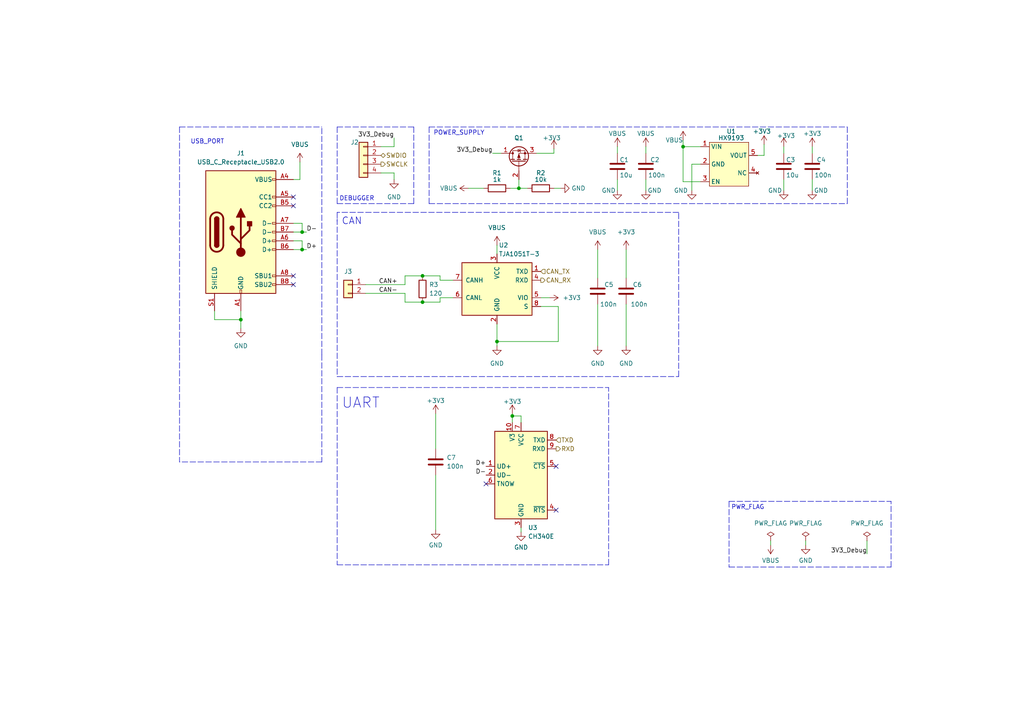
<source format=kicad_sch>
(kicad_sch (version 20211123) (generator eeschema)

  (uuid 74839c32-2f21-41aa-b956-520a0bf1fd04)

  (paper "A4")

  (lib_symbols
    (symbol "Connector:USB_C_Receptacle_USB2.0" (pin_names (offset 1.016)) (in_bom yes) (on_board yes)
      (property "Reference" "J" (id 0) (at -10.16 19.05 0)
        (effects (font (size 1.27 1.27)) (justify left))
      )
      (property "Value" "USB_C_Receptacle_USB2.0" (id 1) (at 19.05 19.05 0)
        (effects (font (size 1.27 1.27)) (justify right))
      )
      (property "Footprint" "" (id 2) (at 3.81 0 0)
        (effects (font (size 1.27 1.27)) hide)
      )
      (property "Datasheet" "https://www.usb.org/sites/default/files/documents/usb_type-c.zip" (id 3) (at 3.81 0 0)
        (effects (font (size 1.27 1.27)) hide)
      )
      (property "ki_keywords" "usb universal serial bus type-C USB2.0" (id 4) (at 0 0 0)
        (effects (font (size 1.27 1.27)) hide)
      )
      (property "ki_description" "USB 2.0-only Type-C Receptacle connector" (id 5) (at 0 0 0)
        (effects (font (size 1.27 1.27)) hide)
      )
      (property "ki_fp_filters" "USB*C*Receptacle*" (id 6) (at 0 0 0)
        (effects (font (size 1.27 1.27)) hide)
      )
      (symbol "USB_C_Receptacle_USB2.0_0_0"
        (rectangle (start -0.254 -17.78) (end 0.254 -16.764)
          (stroke (width 0) (type default) (color 0 0 0 0))
          (fill (type none))
        )
        (rectangle (start 10.16 -14.986) (end 9.144 -15.494)
          (stroke (width 0) (type default) (color 0 0 0 0))
          (fill (type none))
        )
        (rectangle (start 10.16 -12.446) (end 9.144 -12.954)
          (stroke (width 0) (type default) (color 0 0 0 0))
          (fill (type none))
        )
        (rectangle (start 10.16 -4.826) (end 9.144 -5.334)
          (stroke (width 0) (type default) (color 0 0 0 0))
          (fill (type none))
        )
        (rectangle (start 10.16 -2.286) (end 9.144 -2.794)
          (stroke (width 0) (type default) (color 0 0 0 0))
          (fill (type none))
        )
        (rectangle (start 10.16 0.254) (end 9.144 -0.254)
          (stroke (width 0) (type default) (color 0 0 0 0))
          (fill (type none))
        )
        (rectangle (start 10.16 2.794) (end 9.144 2.286)
          (stroke (width 0) (type default) (color 0 0 0 0))
          (fill (type none))
        )
        (rectangle (start 10.16 7.874) (end 9.144 7.366)
          (stroke (width 0) (type default) (color 0 0 0 0))
          (fill (type none))
        )
        (rectangle (start 10.16 10.414) (end 9.144 9.906)
          (stroke (width 0) (type default) (color 0 0 0 0))
          (fill (type none))
        )
        (rectangle (start 10.16 15.494) (end 9.144 14.986)
          (stroke (width 0) (type default) (color 0 0 0 0))
          (fill (type none))
        )
      )
      (symbol "USB_C_Receptacle_USB2.0_0_1"
        (rectangle (start -10.16 17.78) (end 10.16 -17.78)
          (stroke (width 0.254) (type default) (color 0 0 0 0))
          (fill (type background))
        )
        (arc (start -8.89 -3.81) (mid -6.985 -5.715) (end -5.08 -3.81)
          (stroke (width 0.508) (type default) (color 0 0 0 0))
          (fill (type none))
        )
        (arc (start -7.62 -3.81) (mid -6.985 -4.445) (end -6.35 -3.81)
          (stroke (width 0.254) (type default) (color 0 0 0 0))
          (fill (type none))
        )
        (arc (start -7.62 -3.81) (mid -6.985 -4.445) (end -6.35 -3.81)
          (stroke (width 0.254) (type default) (color 0 0 0 0))
          (fill (type outline))
        )
        (rectangle (start -7.62 -3.81) (end -6.35 3.81)
          (stroke (width 0.254) (type default) (color 0 0 0 0))
          (fill (type outline))
        )
        (arc (start -6.35 3.81) (mid -6.985 4.445) (end -7.62 3.81)
          (stroke (width 0.254) (type default) (color 0 0 0 0))
          (fill (type none))
        )
        (arc (start -6.35 3.81) (mid -6.985 4.445) (end -7.62 3.81)
          (stroke (width 0.254) (type default) (color 0 0 0 0))
          (fill (type outline))
        )
        (arc (start -5.08 3.81) (mid -6.985 5.715) (end -8.89 3.81)
          (stroke (width 0.508) (type default) (color 0 0 0 0))
          (fill (type none))
        )
        (circle (center -2.54 1.143) (radius 0.635)
          (stroke (width 0.254) (type default) (color 0 0 0 0))
          (fill (type outline))
        )
        (circle (center 0 -5.842) (radius 1.27)
          (stroke (width 0) (type default) (color 0 0 0 0))
          (fill (type outline))
        )
        (polyline
          (pts
            (xy -8.89 -3.81)
            (xy -8.89 3.81)
          )
          (stroke (width 0.508) (type default) (color 0 0 0 0))
          (fill (type none))
        )
        (polyline
          (pts
            (xy -5.08 3.81)
            (xy -5.08 -3.81)
          )
          (stroke (width 0.508) (type default) (color 0 0 0 0))
          (fill (type none))
        )
        (polyline
          (pts
            (xy 0 -5.842)
            (xy 0 4.318)
          )
          (stroke (width 0.508) (type default) (color 0 0 0 0))
          (fill (type none))
        )
        (polyline
          (pts
            (xy 0 -3.302)
            (xy -2.54 -0.762)
            (xy -2.54 0.508)
          )
          (stroke (width 0.508) (type default) (color 0 0 0 0))
          (fill (type none))
        )
        (polyline
          (pts
            (xy 0 -2.032)
            (xy 2.54 0.508)
            (xy 2.54 1.778)
          )
          (stroke (width 0.508) (type default) (color 0 0 0 0))
          (fill (type none))
        )
        (polyline
          (pts
            (xy -1.27 4.318)
            (xy 0 6.858)
            (xy 1.27 4.318)
            (xy -1.27 4.318)
          )
          (stroke (width 0.254) (type default) (color 0 0 0 0))
          (fill (type outline))
        )
        (rectangle (start 1.905 1.778) (end 3.175 3.048)
          (stroke (width 0.254) (type default) (color 0 0 0 0))
          (fill (type outline))
        )
      )
      (symbol "USB_C_Receptacle_USB2.0_1_1"
        (pin passive line (at 0 -22.86 90) (length 5.08)
          (name "GND" (effects (font (size 1.27 1.27))))
          (number "A1" (effects (font (size 1.27 1.27))))
        )
        (pin passive line (at 0 -22.86 90) (length 5.08) hide
          (name "GND" (effects (font (size 1.27 1.27))))
          (number "A12" (effects (font (size 1.27 1.27))))
        )
        (pin passive line (at 15.24 15.24 180) (length 5.08)
          (name "VBUS" (effects (font (size 1.27 1.27))))
          (number "A4" (effects (font (size 1.27 1.27))))
        )
        (pin bidirectional line (at 15.24 10.16 180) (length 5.08)
          (name "CC1" (effects (font (size 1.27 1.27))))
          (number "A5" (effects (font (size 1.27 1.27))))
        )
        (pin bidirectional line (at 15.24 -2.54 180) (length 5.08)
          (name "D+" (effects (font (size 1.27 1.27))))
          (number "A6" (effects (font (size 1.27 1.27))))
        )
        (pin bidirectional line (at 15.24 2.54 180) (length 5.08)
          (name "D-" (effects (font (size 1.27 1.27))))
          (number "A7" (effects (font (size 1.27 1.27))))
        )
        (pin bidirectional line (at 15.24 -12.7 180) (length 5.08)
          (name "SBU1" (effects (font (size 1.27 1.27))))
          (number "A8" (effects (font (size 1.27 1.27))))
        )
        (pin passive line (at 15.24 15.24 180) (length 5.08) hide
          (name "VBUS" (effects (font (size 1.27 1.27))))
          (number "A9" (effects (font (size 1.27 1.27))))
        )
        (pin passive line (at 0 -22.86 90) (length 5.08) hide
          (name "GND" (effects (font (size 1.27 1.27))))
          (number "B1" (effects (font (size 1.27 1.27))))
        )
        (pin passive line (at 0 -22.86 90) (length 5.08) hide
          (name "GND" (effects (font (size 1.27 1.27))))
          (number "B12" (effects (font (size 1.27 1.27))))
        )
        (pin passive line (at 15.24 15.24 180) (length 5.08) hide
          (name "VBUS" (effects (font (size 1.27 1.27))))
          (number "B4" (effects (font (size 1.27 1.27))))
        )
        (pin bidirectional line (at 15.24 7.62 180) (length 5.08)
          (name "CC2" (effects (font (size 1.27 1.27))))
          (number "B5" (effects (font (size 1.27 1.27))))
        )
        (pin bidirectional line (at 15.24 -5.08 180) (length 5.08)
          (name "D+" (effects (font (size 1.27 1.27))))
          (number "B6" (effects (font (size 1.27 1.27))))
        )
        (pin bidirectional line (at 15.24 0 180) (length 5.08)
          (name "D-" (effects (font (size 1.27 1.27))))
          (number "B7" (effects (font (size 1.27 1.27))))
        )
        (pin bidirectional line (at 15.24 -15.24 180) (length 5.08)
          (name "SBU2" (effects (font (size 1.27 1.27))))
          (number "B8" (effects (font (size 1.27 1.27))))
        )
        (pin passive line (at 15.24 15.24 180) (length 5.08) hide
          (name "VBUS" (effects (font (size 1.27 1.27))))
          (number "B9" (effects (font (size 1.27 1.27))))
        )
        (pin passive line (at -7.62 -22.86 90) (length 5.08)
          (name "SHIELD" (effects (font (size 1.27 1.27))))
          (number "S1" (effects (font (size 1.27 1.27))))
        )
      )
    )
    (symbol "Connector_Generic:Conn_01x02" (pin_names (offset 1.016) hide) (in_bom yes) (on_board yes)
      (property "Reference" "J" (id 0) (at 0 2.54 0)
        (effects (font (size 1.27 1.27)))
      )
      (property "Value" "Conn_01x02" (id 1) (at 0 -5.08 0)
        (effects (font (size 1.27 1.27)))
      )
      (property "Footprint" "" (id 2) (at 0 0 0)
        (effects (font (size 1.27 1.27)) hide)
      )
      (property "Datasheet" "~" (id 3) (at 0 0 0)
        (effects (font (size 1.27 1.27)) hide)
      )
      (property "ki_keywords" "connector" (id 4) (at 0 0 0)
        (effects (font (size 1.27 1.27)) hide)
      )
      (property "ki_description" "Generic connector, single row, 01x02, script generated (kicad-library-utils/schlib/autogen/connector/)" (id 5) (at 0 0 0)
        (effects (font (size 1.27 1.27)) hide)
      )
      (property "ki_fp_filters" "Connector*:*_1x??_*" (id 6) (at 0 0 0)
        (effects (font (size 1.27 1.27)) hide)
      )
      (symbol "Conn_01x02_1_1"
        (rectangle (start -1.27 -2.413) (end 0 -2.667)
          (stroke (width 0.1524) (type default) (color 0 0 0 0))
          (fill (type none))
        )
        (rectangle (start -1.27 0.127) (end 0 -0.127)
          (stroke (width 0.1524) (type default) (color 0 0 0 0))
          (fill (type none))
        )
        (rectangle (start -1.27 1.27) (end 1.27 -3.81)
          (stroke (width 0.254) (type default) (color 0 0 0 0))
          (fill (type background))
        )
        (pin passive line (at -5.08 0 0) (length 3.81)
          (name "Pin_1" (effects (font (size 1.27 1.27))))
          (number "1" (effects (font (size 1.27 1.27))))
        )
        (pin passive line (at -5.08 -2.54 0) (length 3.81)
          (name "Pin_2" (effects (font (size 1.27 1.27))))
          (number "2" (effects (font (size 1.27 1.27))))
        )
      )
    )
    (symbol "Connector_Generic:Conn_01x04" (pin_names (offset 1.016) hide) (in_bom yes) (on_board yes)
      (property "Reference" "J" (id 0) (at 0 5.08 0)
        (effects (font (size 1.27 1.27)))
      )
      (property "Value" "Conn_01x04" (id 1) (at 0 -7.62 0)
        (effects (font (size 1.27 1.27)))
      )
      (property "Footprint" "" (id 2) (at 0 0 0)
        (effects (font (size 1.27 1.27)) hide)
      )
      (property "Datasheet" "~" (id 3) (at 0 0 0)
        (effects (font (size 1.27 1.27)) hide)
      )
      (property "ki_keywords" "connector" (id 4) (at 0 0 0)
        (effects (font (size 1.27 1.27)) hide)
      )
      (property "ki_description" "Generic connector, single row, 01x04, script generated (kicad-library-utils/schlib/autogen/connector/)" (id 5) (at 0 0 0)
        (effects (font (size 1.27 1.27)) hide)
      )
      (property "ki_fp_filters" "Connector*:*_1x??_*" (id 6) (at 0 0 0)
        (effects (font (size 1.27 1.27)) hide)
      )
      (symbol "Conn_01x04_1_1"
        (rectangle (start -1.27 -4.953) (end 0 -5.207)
          (stroke (width 0.1524) (type default) (color 0 0 0 0))
          (fill (type none))
        )
        (rectangle (start -1.27 -2.413) (end 0 -2.667)
          (stroke (width 0.1524) (type default) (color 0 0 0 0))
          (fill (type none))
        )
        (rectangle (start -1.27 0.127) (end 0 -0.127)
          (stroke (width 0.1524) (type default) (color 0 0 0 0))
          (fill (type none))
        )
        (rectangle (start -1.27 2.667) (end 0 2.413)
          (stroke (width 0.1524) (type default) (color 0 0 0 0))
          (fill (type none))
        )
        (rectangle (start -1.27 3.81) (end 1.27 -6.35)
          (stroke (width 0.254) (type default) (color 0 0 0 0))
          (fill (type background))
        )
        (pin passive line (at -5.08 2.54 0) (length 3.81)
          (name "Pin_1" (effects (font (size 1.27 1.27))))
          (number "1" (effects (font (size 1.27 1.27))))
        )
        (pin passive line (at -5.08 0 0) (length 3.81)
          (name "Pin_2" (effects (font (size 1.27 1.27))))
          (number "2" (effects (font (size 1.27 1.27))))
        )
        (pin passive line (at -5.08 -2.54 0) (length 3.81)
          (name "Pin_3" (effects (font (size 1.27 1.27))))
          (number "3" (effects (font (size 1.27 1.27))))
        )
        (pin passive line (at -5.08 -5.08 0) (length 3.81)
          (name "Pin_4" (effects (font (size 1.27 1.27))))
          (number "4" (effects (font (size 1.27 1.27))))
        )
      )
    )
    (symbol "Device:C" (pin_numbers hide) (pin_names (offset 0.254)) (in_bom yes) (on_board yes)
      (property "Reference" "C" (id 0) (at 0.635 2.54 0)
        (effects (font (size 1.27 1.27)) (justify left))
      )
      (property "Value" "C" (id 1) (at 0.635 -2.54 0)
        (effects (font (size 1.27 1.27)) (justify left))
      )
      (property "Footprint" "" (id 2) (at 0.9652 -3.81 0)
        (effects (font (size 1.27 1.27)) hide)
      )
      (property "Datasheet" "~" (id 3) (at 0 0 0)
        (effects (font (size 1.27 1.27)) hide)
      )
      (property "ki_keywords" "cap capacitor" (id 4) (at 0 0 0)
        (effects (font (size 1.27 1.27)) hide)
      )
      (property "ki_description" "Unpolarized capacitor" (id 5) (at 0 0 0)
        (effects (font (size 1.27 1.27)) hide)
      )
      (property "ki_fp_filters" "C_*" (id 6) (at 0 0 0)
        (effects (font (size 1.27 1.27)) hide)
      )
      (symbol "C_0_1"
        (polyline
          (pts
            (xy -2.032 -0.762)
            (xy 2.032 -0.762)
          )
          (stroke (width 0.508) (type default) (color 0 0 0 0))
          (fill (type none))
        )
        (polyline
          (pts
            (xy -2.032 0.762)
            (xy 2.032 0.762)
          )
          (stroke (width 0.508) (type default) (color 0 0 0 0))
          (fill (type none))
        )
      )
      (symbol "C_1_1"
        (pin passive line (at 0 3.81 270) (length 2.794)
          (name "~" (effects (font (size 1.27 1.27))))
          (number "1" (effects (font (size 1.27 1.27))))
        )
        (pin passive line (at 0 -3.81 90) (length 2.794)
          (name "~" (effects (font (size 1.27 1.27))))
          (number "2" (effects (font (size 1.27 1.27))))
        )
      )
    )
    (symbol "Device:Q_PMOS_DGS" (pin_names (offset 0) hide) (in_bom yes) (on_board yes)
      (property "Reference" "Q" (id 0) (at 5.08 1.27 0)
        (effects (font (size 1.27 1.27)) (justify left))
      )
      (property "Value" "Q_PMOS_DGS" (id 1) (at 5.08 -1.27 0)
        (effects (font (size 1.27 1.27)) (justify left))
      )
      (property "Footprint" "" (id 2) (at 5.08 2.54 0)
        (effects (font (size 1.27 1.27)) hide)
      )
      (property "Datasheet" "~" (id 3) (at 0 0 0)
        (effects (font (size 1.27 1.27)) hide)
      )
      (property "ki_keywords" "transistor PMOS P-MOS P-MOSFET" (id 4) (at 0 0 0)
        (effects (font (size 1.27 1.27)) hide)
      )
      (property "ki_description" "P-MOSFET transistor, drain/gate/source" (id 5) (at 0 0 0)
        (effects (font (size 1.27 1.27)) hide)
      )
      (symbol "Q_PMOS_DGS_0_1"
        (polyline
          (pts
            (xy 0.254 0)
            (xy -2.54 0)
          )
          (stroke (width 0) (type default) (color 0 0 0 0))
          (fill (type none))
        )
        (polyline
          (pts
            (xy 0.254 1.905)
            (xy 0.254 -1.905)
          )
          (stroke (width 0.254) (type default) (color 0 0 0 0))
          (fill (type none))
        )
        (polyline
          (pts
            (xy 0.762 -1.27)
            (xy 0.762 -2.286)
          )
          (stroke (width 0.254) (type default) (color 0 0 0 0))
          (fill (type none))
        )
        (polyline
          (pts
            (xy 0.762 0.508)
            (xy 0.762 -0.508)
          )
          (stroke (width 0.254) (type default) (color 0 0 0 0))
          (fill (type none))
        )
        (polyline
          (pts
            (xy 0.762 2.286)
            (xy 0.762 1.27)
          )
          (stroke (width 0.254) (type default) (color 0 0 0 0))
          (fill (type none))
        )
        (polyline
          (pts
            (xy 2.54 2.54)
            (xy 2.54 1.778)
          )
          (stroke (width 0) (type default) (color 0 0 0 0))
          (fill (type none))
        )
        (polyline
          (pts
            (xy 2.54 -2.54)
            (xy 2.54 0)
            (xy 0.762 0)
          )
          (stroke (width 0) (type default) (color 0 0 0 0))
          (fill (type none))
        )
        (polyline
          (pts
            (xy 0.762 1.778)
            (xy 3.302 1.778)
            (xy 3.302 -1.778)
            (xy 0.762 -1.778)
          )
          (stroke (width 0) (type default) (color 0 0 0 0))
          (fill (type none))
        )
        (polyline
          (pts
            (xy 2.286 0)
            (xy 1.27 0.381)
            (xy 1.27 -0.381)
            (xy 2.286 0)
          )
          (stroke (width 0) (type default) (color 0 0 0 0))
          (fill (type outline))
        )
        (polyline
          (pts
            (xy 2.794 -0.508)
            (xy 2.921 -0.381)
            (xy 3.683 -0.381)
            (xy 3.81 -0.254)
          )
          (stroke (width 0) (type default) (color 0 0 0 0))
          (fill (type none))
        )
        (polyline
          (pts
            (xy 3.302 -0.381)
            (xy 2.921 0.254)
            (xy 3.683 0.254)
            (xy 3.302 -0.381)
          )
          (stroke (width 0) (type default) (color 0 0 0 0))
          (fill (type none))
        )
        (circle (center 1.651 0) (radius 2.794)
          (stroke (width 0.254) (type default) (color 0 0 0 0))
          (fill (type none))
        )
        (circle (center 2.54 -1.778) (radius 0.254)
          (stroke (width 0) (type default) (color 0 0 0 0))
          (fill (type outline))
        )
        (circle (center 2.54 1.778) (radius 0.254)
          (stroke (width 0) (type default) (color 0 0 0 0))
          (fill (type outline))
        )
      )
      (symbol "Q_PMOS_DGS_1_1"
        (pin passive line (at 2.54 5.08 270) (length 2.54)
          (name "D" (effects (font (size 1.27 1.27))))
          (number "1" (effects (font (size 1.27 1.27))))
        )
        (pin input line (at -5.08 0 0) (length 2.54)
          (name "G" (effects (font (size 1.27 1.27))))
          (number "2" (effects (font (size 1.27 1.27))))
        )
        (pin passive line (at 2.54 -5.08 90) (length 2.54)
          (name "S" (effects (font (size 1.27 1.27))))
          (number "3" (effects (font (size 1.27 1.27))))
        )
      )
    )
    (symbol "Device:R" (pin_numbers hide) (pin_names (offset 0)) (in_bom yes) (on_board yes)
      (property "Reference" "R" (id 0) (at 2.032 0 90)
        (effects (font (size 1.27 1.27)))
      )
      (property "Value" "R" (id 1) (at 0 0 90)
        (effects (font (size 1.27 1.27)))
      )
      (property "Footprint" "" (id 2) (at -1.778 0 90)
        (effects (font (size 1.27 1.27)) hide)
      )
      (property "Datasheet" "~" (id 3) (at 0 0 0)
        (effects (font (size 1.27 1.27)) hide)
      )
      (property "ki_keywords" "R res resistor" (id 4) (at 0 0 0)
        (effects (font (size 1.27 1.27)) hide)
      )
      (property "ki_description" "Resistor" (id 5) (at 0 0 0)
        (effects (font (size 1.27 1.27)) hide)
      )
      (property "ki_fp_filters" "R_*" (id 6) (at 0 0 0)
        (effects (font (size 1.27 1.27)) hide)
      )
      (symbol "R_0_1"
        (rectangle (start -1.016 -2.54) (end 1.016 2.54)
          (stroke (width 0.254) (type default) (color 0 0 0 0))
          (fill (type none))
        )
      )
      (symbol "R_1_1"
        (pin passive line (at 0 3.81 270) (length 1.27)
          (name "~" (effects (font (size 1.27 1.27))))
          (number "1" (effects (font (size 1.27 1.27))))
        )
        (pin passive line (at 0 -3.81 90) (length 1.27)
          (name "~" (effects (font (size 1.27 1.27))))
          (number "2" (effects (font (size 1.27 1.27))))
        )
      )
    )
    (symbol "Interface_CAN_LIN:TJA1051T-3" (pin_names (offset 1.016)) (in_bom yes) (on_board yes)
      (property "Reference" "U" (id 0) (at -10.16 8.89 0)
        (effects (font (size 1.27 1.27)) (justify left))
      )
      (property "Value" "TJA1051T-3" (id 1) (at 1.27 8.89 0)
        (effects (font (size 1.27 1.27)) (justify left))
      )
      (property "Footprint" "Package_SO:SOIC-8_3.9x4.9mm_P1.27mm" (id 2) (at 0 -12.7 0)
        (effects (font (size 1.27 1.27) italic) hide)
      )
      (property "Datasheet" "http://www.nxp.com/documents/data_sheet/TJA1051.pdf" (id 3) (at 0 0 0)
        (effects (font (size 1.27 1.27)) hide)
      )
      (property "ki_keywords" "High-Speed CAN Transceiver" (id 4) (at 0 0 0)
        (effects (font (size 1.27 1.27)) hide)
      )
      (property "ki_description" "High-Speed CAN Transceiver, separate VIO, silent mode, SOIC-8" (id 5) (at 0 0 0)
        (effects (font (size 1.27 1.27)) hide)
      )
      (property "ki_fp_filters" "SOIC*3.9x4.9mm*P1.27mm*" (id 6) (at 0 0 0)
        (effects (font (size 1.27 1.27)) hide)
      )
      (symbol "TJA1051T-3_0_1"
        (rectangle (start -10.16 7.62) (end 10.16 -7.62)
          (stroke (width 0.254) (type default) (color 0 0 0 0))
          (fill (type background))
        )
      )
      (symbol "TJA1051T-3_1_1"
        (pin input line (at -12.7 5.08 0) (length 2.54)
          (name "TXD" (effects (font (size 1.27 1.27))))
          (number "1" (effects (font (size 1.27 1.27))))
        )
        (pin power_in line (at 0 -10.16 90) (length 2.54)
          (name "GND" (effects (font (size 1.27 1.27))))
          (number "2" (effects (font (size 1.27 1.27))))
        )
        (pin power_in line (at 0 10.16 270) (length 2.54)
          (name "VCC" (effects (font (size 1.27 1.27))))
          (number "3" (effects (font (size 1.27 1.27))))
        )
        (pin output line (at -12.7 2.54 0) (length 2.54)
          (name "RXD" (effects (font (size 1.27 1.27))))
          (number "4" (effects (font (size 1.27 1.27))))
        )
        (pin power_in line (at -12.7 -2.54 0) (length 2.54)
          (name "VIO" (effects (font (size 1.27 1.27))))
          (number "5" (effects (font (size 1.27 1.27))))
        )
        (pin bidirectional line (at 12.7 -2.54 180) (length 2.54)
          (name "CANL" (effects (font (size 1.27 1.27))))
          (number "6" (effects (font (size 1.27 1.27))))
        )
        (pin bidirectional line (at 12.7 2.54 180) (length 2.54)
          (name "CANH" (effects (font (size 1.27 1.27))))
          (number "7" (effects (font (size 1.27 1.27))))
        )
        (pin input line (at -12.7 -5.08 0) (length 2.54)
          (name "S" (effects (font (size 1.27 1.27))))
          (number "8" (effects (font (size 1.27 1.27))))
        )
      )
    )
    (symbol "Interface_USB:CH340E" (in_bom yes) (on_board yes)
      (property "Reference" "U" (id 0) (at -5.08 13.97 0)
        (effects (font (size 1.27 1.27)) (justify right))
      )
      (property "Value" "CH340E" (id 1) (at 1.27 13.97 0)
        (effects (font (size 1.27 1.27)) (justify left))
      )
      (property "Footprint" "Package_SO:MSOP-10_3x3mm_P0.5mm" (id 2) (at 1.27 -13.97 0)
        (effects (font (size 1.27 1.27)) (justify left) hide)
      )
      (property "Datasheet" "https://www.mpja.com/download/35227cpdata.pdf" (id 3) (at -8.89 20.32 0)
        (effects (font (size 1.27 1.27)) hide)
      )
      (property "ki_keywords" "USB UART Serial Converter Interface" (id 4) (at 0 0 0)
        (effects (font (size 1.27 1.27)) hide)
      )
      (property "ki_description" "USB serial converter, UART, MSOP-10" (id 5) (at 0 0 0)
        (effects (font (size 1.27 1.27)) hide)
      )
      (property "ki_fp_filters" "MSOP*3x3mm*P0.5mm*" (id 6) (at 0 0 0)
        (effects (font (size 1.27 1.27)) hide)
      )
      (symbol "CH340E_0_1"
        (rectangle (start -7.62 12.7) (end 7.62 -12.7)
          (stroke (width 0.254) (type default) (color 0 0 0 0))
          (fill (type background))
        )
      )
      (symbol "CH340E_1_1"
        (pin bidirectional line (at -10.16 2.54 0) (length 2.54)
          (name "UD+" (effects (font (size 1.27 1.27))))
          (number "1" (effects (font (size 1.27 1.27))))
        )
        (pin passive line (at -2.54 15.24 270) (length 2.54)
          (name "V3" (effects (font (size 1.27 1.27))))
          (number "10" (effects (font (size 1.27 1.27))))
        )
        (pin bidirectional line (at -10.16 0 0) (length 2.54)
          (name "UD-" (effects (font (size 1.27 1.27))))
          (number "2" (effects (font (size 1.27 1.27))))
        )
        (pin power_in line (at 0 -15.24 90) (length 2.54)
          (name "GND" (effects (font (size 1.27 1.27))))
          (number "3" (effects (font (size 1.27 1.27))))
        )
        (pin output line (at 10.16 -10.16 180) (length 2.54)
          (name "~{RTS}" (effects (font (size 1.27 1.27))))
          (number "4" (effects (font (size 1.27 1.27))))
        )
        (pin input line (at 10.16 2.54 180) (length 2.54)
          (name "~{CTS}" (effects (font (size 1.27 1.27))))
          (number "5" (effects (font (size 1.27 1.27))))
        )
        (pin output line (at -10.16 -2.54 0) (length 2.54)
          (name "TNOW" (effects (font (size 1.27 1.27))))
          (number "6" (effects (font (size 1.27 1.27))))
        )
        (pin power_in line (at 0 15.24 270) (length 2.54)
          (name "VCC" (effects (font (size 1.27 1.27))))
          (number "7" (effects (font (size 1.27 1.27))))
        )
        (pin output line (at 10.16 10.16 180) (length 2.54)
          (name "TXD" (effects (font (size 1.27 1.27))))
          (number "8" (effects (font (size 1.27 1.27))))
        )
        (pin input line (at 10.16 7.62 180) (length 2.54)
          (name "RXD" (effects (font (size 1.27 1.27))))
          (number "9" (effects (font (size 1.27 1.27))))
        )
      )
    )
    (symbol "power:+3V3" (power) (pin_names (offset 0)) (in_bom yes) (on_board yes)
      (property "Reference" "#PWR" (id 0) (at 0 -3.81 0)
        (effects (font (size 1.27 1.27)) hide)
      )
      (property "Value" "+3V3" (id 1) (at 0 3.556 0)
        (effects (font (size 1.27 1.27)))
      )
      (property "Footprint" "" (id 2) (at 0 0 0)
        (effects (font (size 1.27 1.27)) hide)
      )
      (property "Datasheet" "" (id 3) (at 0 0 0)
        (effects (font (size 1.27 1.27)) hide)
      )
      (property "ki_keywords" "power-flag" (id 4) (at 0 0 0)
        (effects (font (size 1.27 1.27)) hide)
      )
      (property "ki_description" "Power symbol creates a global label with name \"+3V3\"" (id 5) (at 0 0 0)
        (effects (font (size 1.27 1.27)) hide)
      )
      (symbol "+3V3_0_1"
        (polyline
          (pts
            (xy -0.762 1.27)
            (xy 0 2.54)
          )
          (stroke (width 0) (type default) (color 0 0 0 0))
          (fill (type none))
        )
        (polyline
          (pts
            (xy 0 0)
            (xy 0 2.54)
          )
          (stroke (width 0) (type default) (color 0 0 0 0))
          (fill (type none))
        )
        (polyline
          (pts
            (xy 0 2.54)
            (xy 0.762 1.27)
          )
          (stroke (width 0) (type default) (color 0 0 0 0))
          (fill (type none))
        )
      )
      (symbol "+3V3_1_1"
        (pin power_in line (at 0 0 90) (length 0) hide
          (name "+3V3" (effects (font (size 1.27 1.27))))
          (number "1" (effects (font (size 1.27 1.27))))
        )
      )
    )
    (symbol "power:GND" (power) (pin_names (offset 0)) (in_bom yes) (on_board yes)
      (property "Reference" "#PWR" (id 0) (at 0 -6.35 0)
        (effects (font (size 1.27 1.27)) hide)
      )
      (property "Value" "GND" (id 1) (at 0 -3.81 0)
        (effects (font (size 1.27 1.27)))
      )
      (property "Footprint" "" (id 2) (at 0 0 0)
        (effects (font (size 1.27 1.27)) hide)
      )
      (property "Datasheet" "" (id 3) (at 0 0 0)
        (effects (font (size 1.27 1.27)) hide)
      )
      (property "ki_keywords" "power-flag" (id 4) (at 0 0 0)
        (effects (font (size 1.27 1.27)) hide)
      )
      (property "ki_description" "Power symbol creates a global label with name \"GND\" , ground" (id 5) (at 0 0 0)
        (effects (font (size 1.27 1.27)) hide)
      )
      (symbol "GND_0_1"
        (polyline
          (pts
            (xy 0 0)
            (xy 0 -1.27)
            (xy 1.27 -1.27)
            (xy 0 -2.54)
            (xy -1.27 -1.27)
            (xy 0 -1.27)
          )
          (stroke (width 0) (type default) (color 0 0 0 0))
          (fill (type none))
        )
      )
      (symbol "GND_1_1"
        (pin power_in line (at 0 0 270) (length 0) hide
          (name "GND" (effects (font (size 1.27 1.27))))
          (number "1" (effects (font (size 1.27 1.27))))
        )
      )
    )
    (symbol "power:PWR_FLAG" (power) (pin_numbers hide) (pin_names (offset 0) hide) (in_bom yes) (on_board yes)
      (property "Reference" "#FLG" (id 0) (at 0 1.905 0)
        (effects (font (size 1.27 1.27)) hide)
      )
      (property "Value" "PWR_FLAG" (id 1) (at 0 3.81 0)
        (effects (font (size 1.27 1.27)))
      )
      (property "Footprint" "" (id 2) (at 0 0 0)
        (effects (font (size 1.27 1.27)) hide)
      )
      (property "Datasheet" "~" (id 3) (at 0 0 0)
        (effects (font (size 1.27 1.27)) hide)
      )
      (property "ki_keywords" "power-flag" (id 4) (at 0 0 0)
        (effects (font (size 1.27 1.27)) hide)
      )
      (property "ki_description" "Special symbol for telling ERC where power comes from" (id 5) (at 0 0 0)
        (effects (font (size 1.27 1.27)) hide)
      )
      (symbol "PWR_FLAG_0_0"
        (pin power_out line (at 0 0 90) (length 0)
          (name "pwr" (effects (font (size 1.27 1.27))))
          (number "1" (effects (font (size 1.27 1.27))))
        )
      )
      (symbol "PWR_FLAG_0_1"
        (polyline
          (pts
            (xy 0 0)
            (xy 0 1.27)
            (xy -1.016 1.905)
            (xy 0 2.54)
            (xy 1.016 1.905)
            (xy 0 1.27)
          )
          (stroke (width 0) (type default) (color 0 0 0 0))
          (fill (type none))
        )
      )
    )
    (symbol "power:VBUS" (power) (pin_names (offset 0)) (in_bom yes) (on_board yes)
      (property "Reference" "#PWR" (id 0) (at 0 -3.81 0)
        (effects (font (size 1.27 1.27)) hide)
      )
      (property "Value" "VBUS" (id 1) (at 0 3.81 0)
        (effects (font (size 1.27 1.27)))
      )
      (property "Footprint" "" (id 2) (at 0 0 0)
        (effects (font (size 1.27 1.27)) hide)
      )
      (property "Datasheet" "" (id 3) (at 0 0 0)
        (effects (font (size 1.27 1.27)) hide)
      )
      (property "ki_keywords" "power-flag" (id 4) (at 0 0 0)
        (effects (font (size 1.27 1.27)) hide)
      )
      (property "ki_description" "Power symbol creates a global label with name \"VBUS\"" (id 5) (at 0 0 0)
        (effects (font (size 1.27 1.27)) hide)
      )
      (symbol "VBUS_0_1"
        (polyline
          (pts
            (xy -0.762 1.27)
            (xy 0 2.54)
          )
          (stroke (width 0) (type default) (color 0 0 0 0))
          (fill (type none))
        )
        (polyline
          (pts
            (xy 0 0)
            (xy 0 2.54)
          )
          (stroke (width 0) (type default) (color 0 0 0 0))
          (fill (type none))
        )
        (polyline
          (pts
            (xy 0 2.54)
            (xy 0.762 1.27)
          )
          (stroke (width 0) (type default) (color 0 0 0 0))
          (fill (type none))
        )
      )
      (symbol "VBUS_1_1"
        (pin power_in line (at 0 0 90) (length 0) hide
          (name "VBUS" (effects (font (size 1.27 1.27))))
          (number "1" (effects (font (size 1.27 1.27))))
        )
      )
    )
    (symbol "symbols:HX9193" (in_bom yes) (on_board yes)
      (property "Reference" "U" (id 0) (at -5.08 7.62 0)
        (effects (font (size 1.27 1.27)))
      )
      (property "Value" "HX9193" (id 1) (at 6.35 7.62 0)
        (effects (font (size 1.27 1.27)))
      )
      (property "Footprint" "Package_TO_SOT_SMD:SOT-23-5_HandSoldering" (id 2) (at 0 0 0)
        (effects (font (size 1.27 1.27)) hide)
      )
      (property "Datasheet" "https://item.szlcsc.com/280543.html" (id 3) (at 0 0 0)
        (effects (font (size 1.27 1.27)) hide)
      )
      (symbol "HX9193_0_1"
        (rectangle (start -6.35 6.35) (end 5.08 -6.35)
          (stroke (width 0) (type default) (color 0 0 0 0))
          (fill (type background))
        )
      )
      (symbol "HX9193_1_1"
        (pin power_in line (at -8.89 5.08 0) (length 2.54)
          (name "VIN" (effects (font (size 1.27 1.27))))
          (number "1" (effects (font (size 1.27 1.27))))
        )
        (pin passive line (at -8.89 0 0) (length 2.54)
          (name "GND" (effects (font (size 1.27 1.27))))
          (number "2" (effects (font (size 1.27 1.27))))
        )
        (pin input line (at -8.89 -5.08 0) (length 2.54)
          (name "EN" (effects (font (size 1.27 1.27))))
          (number "3" (effects (font (size 1.27 1.27))))
        )
        (pin no_connect line (at 7.62 -2.54 180) (length 2.54)
          (name "NC" (effects (font (size 1.27 1.27))))
          (number "4" (effects (font (size 1.27 1.27))))
        )
        (pin power_out line (at 7.62 2.54 180) (length 2.54)
          (name "VOUT" (effects (font (size 1.27 1.27))))
          (number "5" (effects (font (size 1.27 1.27))))
        )
      )
    )
  )

  (junction (at 122.555 87.63) (diameter 0) (color 0 0 0 0)
    (uuid 1070ece0-a296-4c37-9b8b-034a619f7555)
  )
  (junction (at 87.63 67.31) (diameter 0) (color 0 0 0 0)
    (uuid 271f0971-6471-4114-ad44-b3d5a717cdb9)
  )
  (junction (at 122.555 80.01) (diameter 0) (color 0 0 0 0)
    (uuid 7c2dd9e3-890c-4558-ab8f-9a64d09f340f)
  )
  (junction (at 144.145 99.06) (diameter 0) (color 0 0 0 0)
    (uuid 87c92323-9cee-4f83-87f7-22e3b5fea60e)
  )
  (junction (at 198.12 42.545) (diameter 0) (color 0 0 0 0)
    (uuid 8ebad5ca-7870-4695-b244-c182ddb361f7)
  )
  (junction (at 148.59 120.65) (diameter 0) (color 0 0 0 0)
    (uuid b1d85ac1-56eb-416b-be45-2517db0f97fd)
  )
  (junction (at 87.63 72.39) (diameter 0) (color 0 0 0 0)
    (uuid ba84917a-ae35-4236-a147-1e772c46f7ae)
  )
  (junction (at 150.495 54.61) (diameter 0) (color 0 0 0 0)
    (uuid d0d5aaf3-c98f-4fb1-8f9a-0ef30af88e7b)
  )
  (junction (at 69.85 92.71) (diameter 0) (color 0 0 0 0)
    (uuid ef4c1b59-7e26-4491-8bde-145035187a04)
  )

  (no_connect (at 85.09 59.69) (uuid 1f614667-61c0-4536-95ec-814f51e1673c))
  (no_connect (at 85.09 57.15) (uuid 1f614667-61c0-4536-95ec-814f51e1673d))
  (no_connect (at 85.09 80.01) (uuid 1f614667-61c0-4536-95ec-814f51e1673e))
  (no_connect (at 85.09 82.55) (uuid 1f614667-61c0-4536-95ec-814f51e1673f))
  (no_connect (at 161.29 147.955) (uuid 61bef73a-d4a5-4f4f-aadf-c478ffd3e1af))
  (no_connect (at 140.97 140.335) (uuid 952491b9-281d-4fd9-a27e-3f1e5722513b))
  (no_connect (at 161.29 135.255) (uuid 952491b9-281d-4fd9-a27e-3f1e5722513b))

  (wire (pts (xy 62.23 92.71) (xy 69.85 92.71))
    (stroke (width 0) (type default) (color 0 0 0 0))
    (uuid 0039c57b-356d-4709-9c04-f4c77fca66df)
  )
  (wire (pts (xy 69.85 90.17) (xy 69.85 92.71))
    (stroke (width 0) (type default) (color 0 0 0 0))
    (uuid 022c5fbf-5270-4fa3-a2d6-0780acb3cfd3)
  )
  (wire (pts (xy 87.63 67.31) (xy 88.9 67.31))
    (stroke (width 0) (type default) (color 0 0 0 0))
    (uuid 07596b89-fd55-47df-818d-6367f3397fb9)
  )
  (wire (pts (xy 160.655 54.61) (xy 162.56 54.61))
    (stroke (width 0) (type default) (color 0 0 0 0))
    (uuid 078a6834-ee39-4639-99bf-3dd30f439c9f)
  )
  (polyline (pts (xy 120.015 59.055) (xy 120.015 36.83))
    (stroke (width 0) (type default) (color 0 0 0 0))
    (uuid 08bde67a-32f8-482d-8d96-564d653c3aa0)
  )

  (wire (pts (xy 179.07 42.545) (xy 179.07 44.45))
    (stroke (width 0) (type default) (color 0 0 0 0))
    (uuid 0c1dfa55-7eb1-4dca-8090-77b88e582788)
  )
  (polyline (pts (xy 97.79 36.83) (xy 97.79 59.055))
    (stroke (width 0) (type default) (color 0 0 0 0))
    (uuid 0f43e6f1-ced0-482e-b34a-1dbae3631293)
  )
  (polyline (pts (xy 258.445 164.465) (xy 258.445 145.415))
    (stroke (width 0) (type default) (color 0 0 0 0))
    (uuid 12e0cae8-93d0-4d59-bd07-227c9cdb6b44)
  )
  (polyline (pts (xy 52.07 102.87) (xy 52.07 133.985))
    (stroke (width 0) (type default) (color 0 0 0 0))
    (uuid 178c67f6-3054-4dda-9066-69c783e5b9f0)
  )

  (wire (pts (xy 200.66 47.625) (xy 200.66 55.245))
    (stroke (width 0) (type default) (color 0 0 0 0))
    (uuid 1a9bca92-dadf-4c0d-a793-fe4efc4c0a4f)
  )
  (wire (pts (xy 156.845 88.9) (xy 161.925 88.9))
    (stroke (width 0) (type default) (color 0 0 0 0))
    (uuid 1eac1271-1d7d-44b5-8778-51d12a96c238)
  )
  (wire (pts (xy 62.23 90.17) (xy 62.23 92.71))
    (stroke (width 0) (type default) (color 0 0 0 0))
    (uuid 1fc015db-7562-4d8d-b83d-706138774ab3)
  )
  (polyline (pts (xy 124.46 59.055) (xy 245.745 59.055))
    (stroke (width 0) (type default) (color 0 0 0 0))
    (uuid 2515277a-d2dc-4ea7-9631-e1983695fd89)
  )

  (wire (pts (xy 198.12 42.545) (xy 198.12 52.705))
    (stroke (width 0) (type default) (color 0 0 0 0))
    (uuid 2a6ca305-83ca-4db7-bc7c-b7d99e707e88)
  )
  (polyline (pts (xy 52.07 36.83) (xy 52.07 102.87))
    (stroke (width 0) (type default) (color 0 0 0 0))
    (uuid 31584b9a-a113-41ae-8d90-b985d0c1a6a9)
  )
  (polyline (pts (xy 97.79 59.055) (xy 120.015 59.055))
    (stroke (width 0) (type default) (color 0 0 0 0))
    (uuid 33697a18-bb0a-41f0-b9da-ed937a7099ea)
  )

  (wire (pts (xy 235.585 42.545) (xy 235.585 44.45))
    (stroke (width 0) (type default) (color 0 0 0 0))
    (uuid 34b850c9-0d5b-4e17-bd9d-928bb3605c1b)
  )
  (wire (pts (xy 198.12 52.705) (xy 203.2 52.705))
    (stroke (width 0) (type default) (color 0 0 0 0))
    (uuid 36fa3fe3-9f93-4403-84a1-ec2106d1b6d5)
  )
  (wire (pts (xy 85.09 67.31) (xy 87.63 67.31))
    (stroke (width 0) (type default) (color 0 0 0 0))
    (uuid 37acff7f-b80a-484f-a3aa-5d8843b328f3)
  )
  (wire (pts (xy 179.07 52.07) (xy 179.07 55.245))
    (stroke (width 0) (type default) (color 0 0 0 0))
    (uuid 3e68d4fa-670e-4f67-9072-5dcfa2d5c537)
  )
  (wire (pts (xy 155.575 44.45) (xy 160.655 44.45))
    (stroke (width 0) (type default) (color 0 0 0 0))
    (uuid 3ea56134-b6b6-45a2-9707-7a8ee2e6cdf5)
  )
  (polyline (pts (xy 245.745 36.83) (xy 245.745 59.055))
    (stroke (width 0) (type default) (color 0 0 0 0))
    (uuid 3fe52497-4218-45da-805c-7e644276b660)
  )

  (wire (pts (xy 117.475 80.01) (xy 117.475 82.55))
    (stroke (width 0) (type default) (color 0 0 0 0))
    (uuid 434e2a50-f644-46c2-a19a-5f7e7e7287aa)
  )
  (wire (pts (xy 227.33 52.07) (xy 227.33 55.245))
    (stroke (width 0) (type default) (color 0 0 0 0))
    (uuid 450c728a-85c7-460f-8f66-73e506ae1450)
  )
  (wire (pts (xy 144.145 99.06) (xy 161.925 99.06))
    (stroke (width 0) (type default) (color 0 0 0 0))
    (uuid 46d93263-3e1a-4093-ba2b-a34f59c8b4d5)
  )
  (wire (pts (xy 181.61 72.39) (xy 181.61 80.645))
    (stroke (width 0) (type default) (color 0 0 0 0))
    (uuid 4a8ad1a2-2617-4561-bdd0-91040b64295b)
  )
  (wire (pts (xy 114.3 50.165) (xy 114.3 52.07))
    (stroke (width 0) (type default) (color 0 0 0 0))
    (uuid 4b14a31d-d3b1-4a73-91c7-790a74230a98)
  )
  (wire (pts (xy 144.145 71.12) (xy 144.145 73.66))
    (stroke (width 0) (type default) (color 0 0 0 0))
    (uuid 4c271d2c-93be-478a-a066-3da796ba3d91)
  )
  (polyline (pts (xy 176.53 163.83) (xy 176.53 112.395))
    (stroke (width 0) (type default) (color 0 0 0 0))
    (uuid 4c7b5b43-492c-409a-b8e0-bce0cf2dc327)
  )

  (wire (pts (xy 122.555 80.01) (xy 117.475 80.01))
    (stroke (width 0) (type default) (color 0 0 0 0))
    (uuid 53182889-baac-4944-8302-63b022a20ffd)
  )
  (wire (pts (xy 122.555 87.63) (xy 117.475 87.63))
    (stroke (width 0) (type default) (color 0 0 0 0))
    (uuid 53f2a154-b667-445f-a796-d459ee263f61)
  )
  (wire (pts (xy 87.63 64.77) (xy 87.63 67.31))
    (stroke (width 0) (type default) (color 0 0 0 0))
    (uuid 5603e185-5445-4e52-9ee2-6852ea07d545)
  )
  (wire (pts (xy 85.09 52.07) (xy 86.995 52.07))
    (stroke (width 0) (type default) (color 0 0 0 0))
    (uuid 5b37c663-78b3-4bc3-81c7-69428d7826f2)
  )
  (wire (pts (xy 87.63 72.39) (xy 88.9 72.39))
    (stroke (width 0) (type default) (color 0 0 0 0))
    (uuid 5c8d860e-60ac-4b64-acda-55064aa40b30)
  )
  (wire (pts (xy 251.46 156.845) (xy 251.46 160.655))
    (stroke (width 0) (type default) (color 0 0 0 0))
    (uuid 5cb0edf5-6f31-4d3f-84a7-b0aee31afaba)
  )
  (wire (pts (xy 114.3 40.005) (xy 114.3 42.545))
    (stroke (width 0) (type default) (color 0 0 0 0))
    (uuid 5e66dba9-49a6-49ee-a248-101d8aab6695)
  )
  (wire (pts (xy 106.045 82.55) (xy 117.475 82.55))
    (stroke (width 0) (type default) (color 0 0 0 0))
    (uuid 5e88a5c0-a798-4a28-901d-6311f2333700)
  )
  (polyline (pts (xy 93.345 133.985) (xy 52.07 133.985))
    (stroke (width 0) (type default) (color 0 0 0 0))
    (uuid 5f16c53c-1c0d-41cb-99fa-c3df1cd23539)
  )

  (wire (pts (xy 198.12 40.64) (xy 198.12 42.545))
    (stroke (width 0) (type default) (color 0 0 0 0))
    (uuid 619ebf4a-e26f-4555-9836-9bd5e3cac092)
  )
  (polyline (pts (xy 97.79 112.395) (xy 176.53 112.395))
    (stroke (width 0) (type default) (color 0 0 0 0))
    (uuid 64e2f942-21c0-476a-83f9-24a670e7c294)
  )

  (wire (pts (xy 142.875 44.45) (xy 145.415 44.45))
    (stroke (width 0) (type default) (color 0 0 0 0))
    (uuid 7253005d-534e-4238-a3d5-edd2745eca21)
  )
  (wire (pts (xy 126.365 137.795) (xy 126.365 153.67))
    (stroke (width 0) (type default) (color 0 0 0 0))
    (uuid 7433b6e9-bf8b-4df0-b37a-4c9a14bab645)
  )
  (wire (pts (xy 233.68 156.845) (xy 233.68 158.115))
    (stroke (width 0) (type default) (color 0 0 0 0))
    (uuid 7783e411-8ce2-415f-87d5-aa67899cdb27)
  )
  (polyline (pts (xy 52.07 36.83) (xy 93.345 36.83))
    (stroke (width 0) (type default) (color 0 0 0 0))
    (uuid 79c38250-eec6-43d8-b10d-e2a44474f6a4)
  )

  (wire (pts (xy 127.635 87.63) (xy 122.555 87.63))
    (stroke (width 0) (type default) (color 0 0 0 0))
    (uuid 7acc2a8a-1478-43c9-bb09-b3229aaff80a)
  )
  (wire (pts (xy 126.365 120.015) (xy 126.365 130.175))
    (stroke (width 0) (type default) (color 0 0 0 0))
    (uuid 7f9e6b4b-f9ac-498d-8d09-aca3e176a720)
  )
  (wire (pts (xy 131.445 81.28) (xy 127.635 81.28))
    (stroke (width 0) (type default) (color 0 0 0 0))
    (uuid 80852e79-06d1-4d46-a4a2-7dcb4b99ade3)
  )
  (wire (pts (xy 219.71 45.085) (xy 221.615 45.085))
    (stroke (width 0) (type default) (color 0 0 0 0))
    (uuid 80faf143-8be1-44f5-a31b-9bcfc5de0791)
  )
  (wire (pts (xy 227.33 42.545) (xy 227.33 44.45))
    (stroke (width 0) (type default) (color 0 0 0 0))
    (uuid 823d2b6f-b754-4e65-bbab-75962459c065)
  )
  (polyline (pts (xy 196.85 109.22) (xy 196.85 61.595))
    (stroke (width 0) (type default) (color 0 0 0 0))
    (uuid 861f5042-e742-430d-a0ab-43a623ecd98a)
  )

  (wire (pts (xy 85.09 72.39) (xy 87.63 72.39))
    (stroke (width 0) (type default) (color 0 0 0 0))
    (uuid 8731fef3-fafb-41c4-ad70-63e922d9bb99)
  )
  (polyline (pts (xy 97.79 112.395) (xy 97.79 163.83))
    (stroke (width 0) (type default) (color 0 0 0 0))
    (uuid 878a1e15-1de0-47ab-ab87-1d99f2565765)
  )

  (wire (pts (xy 85.09 69.85) (xy 87.63 69.85))
    (stroke (width 0) (type default) (color 0 0 0 0))
    (uuid 8849c058-34a6-4258-91fe-6bd4c9199aa8)
  )
  (wire (pts (xy 148.59 120.65) (xy 148.59 122.555))
    (stroke (width 0) (type default) (color 0 0 0 0))
    (uuid 89c17b35-aab9-4f39-8853-8f0f868fbf10)
  )
  (polyline (pts (xy 93.345 102.87) (xy 93.345 36.83))
    (stroke (width 0) (type default) (color 0 0 0 0))
    (uuid 9126df80-9e73-4ffc-9261-491a0a2d1fbc)
  )
  (polyline (pts (xy 97.79 109.22) (xy 196.85 109.22))
    (stroke (width 0) (type default) (color 0 0 0 0))
    (uuid 9438a911-16c9-46cc-b98e-83aa0ffcffed)
  )

  (wire (pts (xy 198.12 42.545) (xy 203.2 42.545))
    (stroke (width 0) (type default) (color 0 0 0 0))
    (uuid 956c5edb-2000-4108-8cca-2fc017a8aecc)
  )
  (polyline (pts (xy 97.79 61.595) (xy 97.79 64.135))
    (stroke (width 0) (type default) (color 0 0 0 0))
    (uuid 95c43769-ee2f-4fee-a7d2-cbe7af810753)
  )
  (polyline (pts (xy 124.46 36.83) (xy 245.745 36.83))
    (stroke (width 0) (type default) (color 0 0 0 0))
    (uuid 969dd037-11e6-4cc5-9f4d-d71e82e40f02)
  )

  (wire (pts (xy 160.655 43.18) (xy 160.655 44.45))
    (stroke (width 0) (type default) (color 0 0 0 0))
    (uuid 977305d3-792c-4ace-b4da-5080bda6caf7)
  )
  (wire (pts (xy 135.89 54.61) (xy 140.335 54.61))
    (stroke (width 0) (type default) (color 0 0 0 0))
    (uuid 9dbd93e0-8859-4f46-8908-f8305f5ffef8)
  )
  (wire (pts (xy 187.325 42.545) (xy 187.325 44.45))
    (stroke (width 0) (type default) (color 0 0 0 0))
    (uuid 9dd05cb3-eeaf-4817-9399-766a510f64c1)
  )
  (wire (pts (xy 173.355 88.265) (xy 173.355 100.33))
    (stroke (width 0) (type default) (color 0 0 0 0))
    (uuid a2b7564c-6dba-4384-b87c-4893a0c7e6b9)
  )
  (polyline (pts (xy 124.46 36.83) (xy 124.46 59.055))
    (stroke (width 0) (type default) (color 0 0 0 0))
    (uuid a45169ad-2ee9-4f8e-a011-f6f14801db8d)
  )

  (wire (pts (xy 148.59 120.65) (xy 151.13 120.65))
    (stroke (width 0) (type default) (color 0 0 0 0))
    (uuid a4aa4932-913a-4170-91ab-6ce2467d5397)
  )
  (wire (pts (xy 221.615 41.91) (xy 221.615 45.085))
    (stroke (width 0) (type default) (color 0 0 0 0))
    (uuid a8100328-dbf3-4b3d-8c63-e469b7feee77)
  )
  (wire (pts (xy 150.495 54.61) (xy 153.035 54.61))
    (stroke (width 0) (type default) (color 0 0 0 0))
    (uuid a8d944cf-7ff8-4a3a-8070-f83f2c52a8f7)
  )
  (wire (pts (xy 151.13 120.65) (xy 151.13 122.555))
    (stroke (width 0) (type default) (color 0 0 0 0))
    (uuid ae626b38-7189-4a8b-9be7-4ef56e7b9ed1)
  )
  (wire (pts (xy 86.995 46.99) (xy 86.995 52.07))
    (stroke (width 0) (type default) (color 0 0 0 0))
    (uuid b1579a9a-efd4-4392-a4d0-07e5ce01ccfa)
  )
  (wire (pts (xy 69.85 92.71) (xy 69.85 95.25))
    (stroke (width 0) (type default) (color 0 0 0 0))
    (uuid b5eb676b-3fd6-48dc-a042-7ef81fe32eca)
  )
  (polyline (pts (xy 196.85 61.595) (xy 97.79 61.595))
    (stroke (width 0) (type default) (color 0 0 0 0))
    (uuid b801c95c-e92e-4be3-a31a-8adf1dfd9599)
  )

  (wire (pts (xy 161.925 99.06) (xy 161.925 88.9))
    (stroke (width 0) (type default) (color 0 0 0 0))
    (uuid ba0e22ef-ba0f-4a08-aa92-4946f2b634e6)
  )
  (wire (pts (xy 144.145 93.98) (xy 144.145 99.06))
    (stroke (width 0) (type default) (color 0 0 0 0))
    (uuid ba77b012-9721-49b9-8126-97554b7b3203)
  )
  (wire (pts (xy 110.49 42.545) (xy 114.3 42.545))
    (stroke (width 0) (type default) (color 0 0 0 0))
    (uuid bcea36a7-9614-4d4a-abef-a6a8174860fd)
  )
  (wire (pts (xy 223.52 156.845) (xy 223.52 158.115))
    (stroke (width 0) (type default) (color 0 0 0 0))
    (uuid bd7a6970-3bba-465c-93a8-4f6d0f5c3cf1)
  )
  (polyline (pts (xy 211.455 145.415) (xy 211.455 164.465))
    (stroke (width 0) (type default) (color 0 0 0 0))
    (uuid c29599a0-f1fd-45a2-a762-bc1b61168fcc)
  )

  (wire (pts (xy 150.495 52.07) (xy 150.495 54.61))
    (stroke (width 0) (type default) (color 0 0 0 0))
    (uuid c4683385-4288-4b47-a698-1642748bc31e)
  )
  (wire (pts (xy 127.635 81.28) (xy 127.635 80.01))
    (stroke (width 0) (type default) (color 0 0 0 0))
    (uuid c4cb4e42-1281-45c7-9dde-7a6d6094801b)
  )
  (wire (pts (xy 181.61 88.265) (xy 181.61 100.33))
    (stroke (width 0) (type default) (color 0 0 0 0))
    (uuid c919689d-6f9b-4b68-b049-375a87d1f518)
  )
  (wire (pts (xy 156.845 86.36) (xy 159.385 86.36))
    (stroke (width 0) (type default) (color 0 0 0 0))
    (uuid ca2c6f6b-91bd-4785-bb8e-884227b4b3c1)
  )
  (wire (pts (xy 127.635 86.36) (xy 127.635 87.63))
    (stroke (width 0) (type default) (color 0 0 0 0))
    (uuid cc6d4732-d47f-4274-b828-3c9970af30f7)
  )
  (polyline (pts (xy 211.455 164.465) (xy 258.445 164.465))
    (stroke (width 0) (type default) (color 0 0 0 0))
    (uuid d044ad56-5a43-4b6f-b044-4c1dc34993c3)
  )

  (wire (pts (xy 173.355 72.39) (xy 173.355 80.645))
    (stroke (width 0) (type default) (color 0 0 0 0))
    (uuid d400a6ec-cf66-4627-8236-b792b0926f5d)
  )
  (wire (pts (xy 147.955 54.61) (xy 150.495 54.61))
    (stroke (width 0) (type default) (color 0 0 0 0))
    (uuid da82fb0f-647b-4a52-8ec3-0cbac2af975f)
  )
  (wire (pts (xy 203.2 47.625) (xy 200.66 47.625))
    (stroke (width 0) (type default) (color 0 0 0 0))
    (uuid dab617d9-76aa-48f8-ae15-681266ae605d)
  )
  (polyline (pts (xy 211.455 145.415) (xy 258.445 145.415))
    (stroke (width 0) (type default) (color 0 0 0 0))
    (uuid db0c64a8-5a5e-4dc4-9f68-1197faa7ef55)
  )
  (polyline (pts (xy 120.015 36.83) (xy 97.79 36.83))
    (stroke (width 0) (type default) (color 0 0 0 0))
    (uuid db4ef6d9-5d63-4eb7-8e92-4255ae225ab4)
  )

  (wire (pts (xy 87.63 69.85) (xy 87.63 72.39))
    (stroke (width 0) (type default) (color 0 0 0 0))
    (uuid dbc0f8b4-c31b-4d29-b483-58d45314e373)
  )
  (wire (pts (xy 144.145 99.06) (xy 144.145 100.33))
    (stroke (width 0) (type default) (color 0 0 0 0))
    (uuid dbe3b77a-b10f-46e2-9d5e-8b4524e038b4)
  )
  (wire (pts (xy 235.585 52.07) (xy 235.585 55.245))
    (stroke (width 0) (type default) (color 0 0 0 0))
    (uuid e4fd46ee-b854-4c87-af35-048630823dc8)
  )
  (wire (pts (xy 131.445 86.36) (xy 127.635 86.36))
    (stroke (width 0) (type default) (color 0 0 0 0))
    (uuid eb9e04db-b71f-4d7d-a544-d34f1c6bf8a3)
  )
  (polyline (pts (xy 93.345 102.87) (xy 93.345 133.985))
    (stroke (width 0) (type default) (color 0 0 0 0))
    (uuid ebd5a0b9-430a-4198-b97b-cef643217013)
  )

  (wire (pts (xy 187.325 52.07) (xy 187.325 55.245))
    (stroke (width 0) (type default) (color 0 0 0 0))
    (uuid ebd77b72-5ca8-4f37-b4b6-dad46897cbf0)
  )
  (wire (pts (xy 151.13 153.035) (xy 151.13 154.305))
    (stroke (width 0) (type default) (color 0 0 0 0))
    (uuid ee696332-e4de-43fb-9d06-74cf891a4b44)
  )
  (wire (pts (xy 110.49 50.165) (xy 114.3 50.165))
    (stroke (width 0) (type default) (color 0 0 0 0))
    (uuid f06775a4-d9e2-4990-915c-68259e8afc7a)
  )
  (wire (pts (xy 127.635 80.01) (xy 122.555 80.01))
    (stroke (width 0) (type default) (color 0 0 0 0))
    (uuid f11ac300-55b3-475d-940c-ab95c1fbde2d)
  )
  (polyline (pts (xy 97.79 63.5) (xy 97.79 109.22))
    (stroke (width 0) (type default) (color 0 0 0 0))
    (uuid f12f942c-f40e-45d0-ab2f-4b9414026c2e)
  )

  (wire (pts (xy 106.045 85.09) (xy 117.475 85.09))
    (stroke (width 0) (type default) (color 0 0 0 0))
    (uuid f3cf8792-2b42-4bac-9821-2d8111da423c)
  )
  (polyline (pts (xy 97.79 163.83) (xy 176.53 163.83))
    (stroke (width 0) (type default) (color 0 0 0 0))
    (uuid f60113ec-6843-4304-a677-9f450defe237)
  )

  (wire (pts (xy 148.59 120.015) (xy 148.59 120.65))
    (stroke (width 0) (type default) (color 0 0 0 0))
    (uuid f8761d52-fa3c-4ba0-818b-95a5d49fdc03)
  )
  (wire (pts (xy 85.09 64.77) (xy 87.63 64.77))
    (stroke (width 0) (type default) (color 0 0 0 0))
    (uuid f9eafcf2-324b-4878-9912-2f4184410e62)
  )
  (wire (pts (xy 117.475 85.09) (xy 117.475 87.63))
    (stroke (width 0) (type default) (color 0 0 0 0))
    (uuid fe538841-e65c-443d-9257-d12e6c29a0f7)
  )

  (text "UART\n" (at 99.06 118.745 0)
    (effects (font (size 3 3)) (justify left bottom))
    (uuid 61276e96-4723-4de9-ac5c-59c0be4c97f4)
  )
  (text "POWER_SUPPLY\n" (at 125.73 39.37 0)
    (effects (font (size 1.27 1.27)) (justify left bottom))
    (uuid 7fc71bc2-bb1b-4c0d-b070-31ca04b998f4)
  )
  (text "USB_PORT" (at 55.245 41.91 0)
    (effects (font (size 1.27 1.27)) (justify left bottom))
    (uuid 8d8f8118-c7e7-43e2-b935-2b73c74eaafd)
  )
  (text "CAN" (at 99.06 65.405 0)
    (effects (font (size 2 2)) (justify left bottom))
    (uuid c54d1981-4931-42ae-b1a6-b716221941b2)
  )
  (text "PWR_FLAG\n" (at 212.09 147.955 0)
    (effects (font (size 1.27 1.27)) (justify left bottom))
    (uuid eb47e47c-ac05-40c9-b8c6-96f469af2af0)
  )
  (text "DEBUGGER\n" (at 98.425 58.42 0)
    (effects (font (size 1.27 1.27)) (justify left bottom))
    (uuid f4590b85-18e1-447a-a4b9-fa1659604e1d)
  )

  (label "D-" (at 88.9 67.31 0)
    (effects (font (size 1.27 1.27)) (justify left bottom))
    (uuid 440eb12e-56bd-42ab-9f4a-7bfc773f8acb)
  )
  (label "3V3_Debug" (at 142.875 44.45 180)
    (effects (font (size 1.27 1.27)) (justify right bottom))
    (uuid 571a3c0b-f8f7-4f53-a46b-407b2a3aaf4d)
  )
  (label "D+" (at 88.9 72.39 0)
    (effects (font (size 1.27 1.27)) (justify left bottom))
    (uuid 5a429fa3-38cc-4339-9268-e17d4fefffc3)
  )
  (label "CAN+" (at 109.855 82.55 0)
    (effects (font (size 1.27 1.27)) (justify left bottom))
    (uuid 764bca92-12a8-4f5b-be23-738bcb1a7e7f)
  )
  (label "CAN-" (at 109.855 85.09 0)
    (effects (font (size 1.27 1.27)) (justify left bottom))
    (uuid a4c409a9-14d2-41ef-b46f-623af8bd298a)
  )
  (label "D+" (at 140.97 135.255 180)
    (effects (font (size 1.27 1.27)) (justify right bottom))
    (uuid bfeeb6d5-0879-46db-9aa9-7811f2121a72)
  )
  (label "3V3_Debug" (at 114.3 40.005 180)
    (effects (font (size 1.27 1.27)) (justify right bottom))
    (uuid c1b3a2c6-1167-4b44-99c1-0066689ebbbb)
  )
  (label "D-" (at 140.97 137.795 180)
    (effects (font (size 1.27 1.27)) (justify right bottom))
    (uuid cd99efe3-614d-4209-ab99-75e98ee6d938)
  )
  (label "3V3_Debug" (at 251.46 160.655 180)
    (effects (font (size 1.27 1.27)) (justify right bottom))
    (uuid ce7b03ff-dbc0-4124-8e7d-b55d81d81514)
  )

  (hierarchical_label "RXD" (shape output) (at 161.29 130.175 0)
    (effects (font (size 1.27 1.27)) (justify left))
    (uuid 1eacf39f-90e7-43df-835d-5dc25ff12fab)
  )
  (hierarchical_label "CAN_RX" (shape output) (at 156.845 81.28 0)
    (effects (font (size 1.27 1.27)) (justify left))
    (uuid 22f94269-65ff-4732-b52c-5d5d5c41fb64)
  )
  (hierarchical_label "SWCLK" (shape output) (at 110.49 47.625 0)
    (effects (font (size 1.27 1.27)) (justify left))
    (uuid 3c69ad25-234d-4c2e-9382-10230273c42e)
  )
  (hierarchical_label "CAN_TX" (shape input) (at 156.845 78.74 0)
    (effects (font (size 1.27 1.27)) (justify left))
    (uuid 7050b01e-fcc4-48c6-add0-18888014d21c)
  )
  (hierarchical_label "TXD" (shape input) (at 161.29 127.635 0)
    (effects (font (size 1.27 1.27)) (justify left))
    (uuid 8df26d13-1e41-437d-bb23-5d72e015afc9)
  )
  (hierarchical_label "SWDIO" (shape bidirectional) (at 110.49 45.085 0)
    (effects (font (size 1.27 1.27)) (justify left))
    (uuid ccbf370d-d485-48a9-b1cb-e87e8c27a2a4)
  )

  (symbol (lib_id "Device:C") (at 173.355 84.455 0) (unit 1)
    (in_bom yes) (on_board yes)
    (uuid 0249f34e-281f-431b-b8fb-572683ddb7c3)
    (property "Reference" "C5" (id 0) (at 175.26 82.55 0)
      (effects (font (size 1.27 1.27)) (justify left))
    )
    (property "Value" "100n" (id 1) (at 173.99 88.265 0)
      (effects (font (size 1.27 1.27)) (justify left))
    )
    (property "Footprint" "" (id 2) (at 174.3202 88.265 0)
      (effects (font (size 1.27 1.27)) hide)
    )
    (property "Datasheet" "~" (id 3) (at 173.355 84.455 0)
      (effects (font (size 1.27 1.27)) hide)
    )
    (pin "1" (uuid 680720aa-d748-4973-a966-d7d0c42685ba))
    (pin "2" (uuid 123e1d87-a1ea-4a94-8e39-c7d9f07d2fd6))
  )

  (symbol (lib_id "power:PWR_FLAG") (at 251.46 156.845 0) (unit 1)
    (in_bom yes) (on_board yes) (fields_autoplaced)
    (uuid 05d3e8a2-a9a3-4f62-8562-3d2bc0f71479)
    (property "Reference" "#FLG0103" (id 0) (at 251.46 154.94 0)
      (effects (font (size 1.27 1.27)) hide)
    )
    (property "Value" "PWR_FLAG" (id 1) (at 251.46 151.765 0))
    (property "Footprint" "" (id 2) (at 251.46 156.845 0)
      (effects (font (size 1.27 1.27)) hide)
    )
    (property "Datasheet" "~" (id 3) (at 251.46 156.845 0)
      (effects (font (size 1.27 1.27)) hide)
    )
    (pin "1" (uuid d77988c9-a21a-4b34-b60c-580e1080b45c))
  )

  (symbol (lib_id "power:GND") (at 69.85 95.25 0) (unit 1)
    (in_bom yes) (on_board yes) (fields_autoplaced)
    (uuid 0665bd93-137c-44f5-b76d-1203a22ab89e)
    (property "Reference" "#PWR0102" (id 0) (at 69.85 101.6 0)
      (effects (font (size 1.27 1.27)) hide)
    )
    (property "Value" "GND" (id 1) (at 69.85 100.33 0))
    (property "Footprint" "" (id 2) (at 69.85 95.25 0)
      (effects (font (size 1.27 1.27)) hide)
    )
    (property "Datasheet" "" (id 3) (at 69.85 95.25 0)
      (effects (font (size 1.27 1.27)) hide)
    )
    (pin "1" (uuid 2beb51c9-654b-4687-8996-019255cc5b27))
  )

  (symbol (lib_id "power:GND") (at 179.07 55.245 0) (unit 1)
    (in_bom yes) (on_board yes)
    (uuid 0a457e92-b3a0-4671-8722-d24ab5363b81)
    (property "Reference" "#PWR0117" (id 0) (at 179.07 61.595 0)
      (effects (font (size 1.27 1.27)) hide)
    )
    (property "Value" "GND" (id 1) (at 176.53 55.245 0))
    (property "Footprint" "" (id 2) (at 179.07 55.245 0)
      (effects (font (size 1.27 1.27)) hide)
    )
    (property "Datasheet" "" (id 3) (at 179.07 55.245 0)
      (effects (font (size 1.27 1.27)) hide)
    )
    (pin "1" (uuid 654b36d7-870e-42de-9036-b299494305cd))
  )

  (symbol (lib_id "Device:R") (at 144.145 54.61 270) (unit 1)
    (in_bom yes) (on_board yes)
    (uuid 0adb9ce7-0b8d-408f-821e-24955dc25b98)
    (property "Reference" "R1" (id 0) (at 144.145 50.165 90))
    (property "Value" "1k" (id 1) (at 144.145 52.07 90))
    (property "Footprint" "" (id 2) (at 144.145 52.832 90)
      (effects (font (size 1.27 1.27)) hide)
    )
    (property "Datasheet" "~" (id 3) (at 144.145 54.61 0)
      (effects (font (size 1.27 1.27)) hide)
    )
    (pin "1" (uuid a761e48b-9d41-4238-97c0-156d319044c6))
    (pin "2" (uuid 8f6236be-9226-4051-bcb8-34ff9d0e405b))
  )

  (symbol (lib_id "power:GND") (at 173.355 100.33 0) (unit 1)
    (in_bom yes) (on_board yes) (fields_autoplaced)
    (uuid 19dd9749-c71a-4d8f-83a9-ce87752dd02d)
    (property "Reference" "#PWR0108" (id 0) (at 173.355 106.68 0)
      (effects (font (size 1.27 1.27)) hide)
    )
    (property "Value" "GND" (id 1) (at 173.355 105.41 0))
    (property "Footprint" "" (id 2) (at 173.355 100.33 0)
      (effects (font (size 1.27 1.27)) hide)
    )
    (property "Datasheet" "" (id 3) (at 173.355 100.33 0)
      (effects (font (size 1.27 1.27)) hide)
    )
    (pin "1" (uuid e3f96926-cc8a-48e4-979e-a6951291c9d5))
  )

  (symbol (lib_id "Device:C") (at 235.585 48.26 0) (unit 1)
    (in_bom yes) (on_board yes)
    (uuid 1d8221a8-4a82-4e61-bf66-1b83e7fceaf0)
    (property "Reference" "C4" (id 0) (at 236.855 46.355 0)
      (effects (font (size 1.27 1.27)) (justify left))
    )
    (property "Value" "100n" (id 1) (at 236.22 50.8 0)
      (effects (font (size 1.27 1.27)) (justify left))
    )
    (property "Footprint" "" (id 2) (at 236.5502 52.07 0)
      (effects (font (size 1.27 1.27)) hide)
    )
    (property "Datasheet" "~" (id 3) (at 235.585 48.26 0)
      (effects (font (size 1.27 1.27)) hide)
    )
    (pin "1" (uuid 8dbfd297-7fc9-4c7a-8fc6-ad2d1503df0b))
    (pin "2" (uuid 9b01f052-3572-4067-ad70-97ad8037d4a0))
  )

  (symbol (lib_id "power:VBUS") (at 144.145 71.12 0) (unit 1)
    (in_bom yes) (on_board yes) (fields_autoplaced)
    (uuid 22cc329f-8cce-410b-8eb9-a18f419f4644)
    (property "Reference" "#PWR0103" (id 0) (at 144.145 74.93 0)
      (effects (font (size 1.27 1.27)) hide)
    )
    (property "Value" "VBUS" (id 1) (at 144.145 66.04 0))
    (property "Footprint" "" (id 2) (at 144.145 71.12 0)
      (effects (font (size 1.27 1.27)) hide)
    )
    (property "Datasheet" "" (id 3) (at 144.145 71.12 0)
      (effects (font (size 1.27 1.27)) hide)
    )
    (pin "1" (uuid 25e91ad4-0073-432a-978e-4d9dce6053c1))
  )

  (symbol (lib_id "Device:C") (at 187.325 48.26 0) (unit 1)
    (in_bom yes) (on_board yes)
    (uuid 30464143-e22a-4fb9-87a6-8c61025655ec)
    (property "Reference" "C2" (id 0) (at 188.595 46.355 0)
      (effects (font (size 1.27 1.27)) (justify left))
    )
    (property "Value" "100n" (id 1) (at 187.96 50.8 0)
      (effects (font (size 1.27 1.27)) (justify left))
    )
    (property "Footprint" "" (id 2) (at 188.2902 52.07 0)
      (effects (font (size 1.27 1.27)) hide)
    )
    (property "Datasheet" "~" (id 3) (at 187.325 48.26 0)
      (effects (font (size 1.27 1.27)) hide)
    )
    (pin "1" (uuid 66b4d730-1071-4471-8cdd-80edb005a523))
    (pin "2" (uuid 05aad490-022c-49f7-bec2-2cf418ea76d6))
  )

  (symbol (lib_id "Device:R") (at 122.555 83.82 0) (unit 1)
    (in_bom yes) (on_board yes) (fields_autoplaced)
    (uuid 34e0632b-3119-4456-bc6e-505391c66b33)
    (property "Reference" "R3" (id 0) (at 124.46 82.5499 0)
      (effects (font (size 1.27 1.27)) (justify left))
    )
    (property "Value" "120" (id 1) (at 124.46 85.0899 0)
      (effects (font (size 1.27 1.27)) (justify left))
    )
    (property "Footprint" "" (id 2) (at 120.777 83.82 90)
      (effects (font (size 1.27 1.27)) hide)
    )
    (property "Datasheet" "~" (id 3) (at 122.555 83.82 0)
      (effects (font (size 1.27 1.27)) hide)
    )
    (pin "1" (uuid f0c3ddd8-aaeb-4029-83f3-8b9796ab1008))
    (pin "2" (uuid 762b7675-5d49-429b-af78-950735040fa9))
  )

  (symbol (lib_id "symbols:HX9193") (at 212.09 47.625 0) (unit 1)
    (in_bom yes) (on_board yes)
    (uuid 364a6f12-aa0c-4df8-9531-0fb9758920fc)
    (property "Reference" "U1" (id 0) (at 212.09 38.1 0))
    (property "Value" "HX9193" (id 1) (at 212.09 40.005 0))
    (property "Footprint" "Package_TO_SOT_SMD:SOT-23-5_HandSoldering" (id 2) (at 212.09 47.625 0)
      (effects (font (size 1.27 1.27)) hide)
    )
    (property "Datasheet" "https://item.szlcsc.com/280543.html" (id 3) (at 212.09 47.625 0)
      (effects (font (size 1.27 1.27)) hide)
    )
    (pin "1" (uuid d70c94a4-2426-444a-99ef-713a30bda525))
    (pin "2" (uuid 0bea37c2-89f2-442c-8811-55cba75b0811))
    (pin "3" (uuid 76334ff5-4cf8-4bc0-8a89-55b82d375508))
    (pin "4" (uuid e5bd2f6b-34b3-49eb-8084-6acbf28e0b63))
    (pin "5" (uuid ff104a6d-b510-480e-8598-7a192067b30d))
  )

  (symbol (lib_id "Device:C") (at 181.61 84.455 0) (unit 1)
    (in_bom yes) (on_board yes)
    (uuid 388a9f26-f1bc-485b-a91b-ea952826d16b)
    (property "Reference" "C6" (id 0) (at 183.515 82.55 0)
      (effects (font (size 1.27 1.27)) (justify left))
    )
    (property "Value" "100n" (id 1) (at 182.88 88.265 0)
      (effects (font (size 1.27 1.27)) (justify left))
    )
    (property "Footprint" "" (id 2) (at 182.5752 88.265 0)
      (effects (font (size 1.27 1.27)) hide)
    )
    (property "Datasheet" "~" (id 3) (at 181.61 84.455 0)
      (effects (font (size 1.27 1.27)) hide)
    )
    (pin "1" (uuid ab7d3aac-6c8e-4af2-acd7-294a4c984856))
    (pin "2" (uuid 06568032-a912-428b-9aac-b847d02ddb76))
  )

  (symbol (lib_id "power:GND") (at 181.61 100.33 0) (unit 1)
    (in_bom yes) (on_board yes) (fields_autoplaced)
    (uuid 3ce29b1d-3adb-4c7b-93ff-a7f54914e838)
    (property "Reference" "#PWR0109" (id 0) (at 181.61 106.68 0)
      (effects (font (size 1.27 1.27)) hide)
    )
    (property "Value" "GND" (id 1) (at 181.61 105.41 0))
    (property "Footprint" "" (id 2) (at 181.61 100.33 0)
      (effects (font (size 1.27 1.27)) hide)
    )
    (property "Datasheet" "" (id 3) (at 181.61 100.33 0)
      (effects (font (size 1.27 1.27)) hide)
    )
    (pin "1" (uuid 01f8fe8e-3da0-4414-b7be-76b397e1a31b))
  )

  (symbol (lib_id "Connector_Generic:Conn_01x04") (at 105.41 45.085 0) (mirror y) (unit 1)
    (in_bom yes) (on_board yes)
    (uuid 3fa4a607-4eee-463e-8ee8-40940b5ba7b9)
    (property "Reference" "J2" (id 0) (at 102.87 41.275 0))
    (property "Value" "Conn_01x04" (id 1) (at 105.41 38.1 0)
      (effects (font (size 1.27 1.27)) hide)
    )
    (property "Footprint" "" (id 2) (at 105.41 45.085 0)
      (effects (font (size 1.27 1.27)) hide)
    )
    (property "Datasheet" "~" (id 3) (at 105.41 45.085 0)
      (effects (font (size 1.27 1.27)) hide)
    )
    (pin "1" (uuid 786a2622-51df-4e49-90ac-640dc835e501))
    (pin "2" (uuid e84a8512-05e0-45e5-9035-bdcafb1cd639))
    (pin "3" (uuid dfdd3575-594e-4592-8f47-b018c7e86830))
    (pin "4" (uuid 645bc49f-ca3f-4266-b52a-2c8ca9d75b78))
  )

  (symbol (lib_id "Device:C") (at 179.07 48.26 0) (unit 1)
    (in_bom yes) (on_board yes)
    (uuid 505f481f-b79b-4509-b0f0-e40ce73c146f)
    (property "Reference" "C1" (id 0) (at 179.705 46.355 0)
      (effects (font (size 1.27 1.27)) (justify left))
    )
    (property "Value" "10u" (id 1) (at 179.705 50.8 0)
      (effects (font (size 1.27 1.27)) (justify left))
    )
    (property "Footprint" "" (id 2) (at 180.0352 52.07 0)
      (effects (font (size 1.27 1.27)) hide)
    )
    (property "Datasheet" "~" (id 3) (at 179.07 48.26 0)
      (effects (font (size 1.27 1.27)) hide)
    )
    (pin "1" (uuid 7b525ed9-a344-418b-9a1e-468f5439b598))
    (pin "2" (uuid eb0f48ce-082a-49d3-8316-e355ca1174bb))
  )

  (symbol (lib_id "Device:Q_PMOS_DGS") (at 150.495 46.99 90) (unit 1)
    (in_bom yes) (on_board yes) (fields_autoplaced)
    (uuid 51914e4b-57ae-40c3-93da-bd496f3813bd)
    (property "Reference" "Q1" (id 0) (at 150.495 40.005 90))
    (property "Value" "Q_PMOS_DGS" (id 1) (at 150.495 40.005 90)
      (effects (font (size 1.27 1.27)) hide)
    )
    (property "Footprint" "" (id 2) (at 147.955 41.91 0)
      (effects (font (size 1.27 1.27)) hide)
    )
    (property "Datasheet" "~" (id 3) (at 150.495 46.99 0)
      (effects (font (size 1.27 1.27)) hide)
    )
    (pin "1" (uuid 1a5698d8-2f73-4e9c-802e-02b41c8064db))
    (pin "2" (uuid 540d1b3a-13ea-4ab1-b218-78f90c2bfcde))
    (pin "3" (uuid fff816ae-143f-4220-9c8b-76beb98c7f81))
  )

  (symbol (lib_id "power:VBUS") (at 187.325 42.545 0) (unit 1)
    (in_bom yes) (on_board yes)
    (uuid 52dd735f-e649-401f-800c-ce72d07521b5)
    (property "Reference" "#PWR0119" (id 0) (at 187.325 46.355 0)
      (effects (font (size 1.27 1.27)) hide)
    )
    (property "Value" "VBUS" (id 1) (at 187.325 38.735 0))
    (property "Footprint" "" (id 2) (at 187.325 42.545 0)
      (effects (font (size 1.27 1.27)) hide)
    )
    (property "Datasheet" "" (id 3) (at 187.325 42.545 0)
      (effects (font (size 1.27 1.27)) hide)
    )
    (pin "1" (uuid 25c91557-7ff5-4d3c-a9b0-11adfd220a14))
  )

  (symbol (lib_id "power:GND") (at 235.585 55.245 0) (unit 1)
    (in_bom yes) (on_board yes)
    (uuid 54dd1431-5f95-446d-9ed3-f9cafe41220a)
    (property "Reference" "#PWR0123" (id 0) (at 235.585 61.595 0)
      (effects (font (size 1.27 1.27)) hide)
    )
    (property "Value" "GND" (id 1) (at 238.125 55.245 0))
    (property "Footprint" "" (id 2) (at 235.585 55.245 0)
      (effects (font (size 1.27 1.27)) hide)
    )
    (property "Datasheet" "" (id 3) (at 235.585 55.245 0)
      (effects (font (size 1.27 1.27)) hide)
    )
    (pin "1" (uuid 90fd0bf0-cc35-4a78-a88c-4fee3c4ce866))
  )

  (symbol (lib_id "power:+3V3") (at 181.61 72.39 0) (unit 1)
    (in_bom yes) (on_board yes) (fields_autoplaced)
    (uuid 570a5b70-f4c3-40ce-8973-f90a32c9df21)
    (property "Reference" "#PWR0107" (id 0) (at 181.61 76.2 0)
      (effects (font (size 1.27 1.27)) hide)
    )
    (property "Value" "+3V3" (id 1) (at 181.61 67.31 0))
    (property "Footprint" "" (id 2) (at 181.61 72.39 0)
      (effects (font (size 1.27 1.27)) hide)
    )
    (property "Datasheet" "" (id 3) (at 181.61 72.39 0)
      (effects (font (size 1.27 1.27)) hide)
    )
    (pin "1" (uuid cf84a9fd-aafa-4f19-b1f7-547bbf20cdcd))
  )

  (symbol (lib_id "power:GND") (at 200.66 55.245 0) (unit 1)
    (in_bom yes) (on_board yes)
    (uuid 5bea6874-1545-4271-bc19-59edabcfc2b1)
    (property "Reference" "#PWR0121" (id 0) (at 200.66 61.595 0)
      (effects (font (size 1.27 1.27)) hide)
    )
    (property "Value" "GND" (id 1) (at 197.485 55.245 0))
    (property "Footprint" "" (id 2) (at 200.66 55.245 0)
      (effects (font (size 1.27 1.27)) hide)
    )
    (property "Datasheet" "" (id 3) (at 200.66 55.245 0)
      (effects (font (size 1.27 1.27)) hide)
    )
    (pin "1" (uuid e128efc2-79a8-4f18-9c63-8514e496c5c9))
  )

  (symbol (lib_id "power:+3V3") (at 148.59 120.015 0) (unit 1)
    (in_bom yes) (on_board yes)
    (uuid 5f87aaeb-6354-4c85-928c-bf9feda4b0a7)
    (property "Reference" "#PWR0142" (id 0) (at 148.59 123.825 0)
      (effects (font (size 1.27 1.27)) hide)
    )
    (property "Value" "+3V3" (id 1) (at 148.59 116.459 0))
    (property "Footprint" "" (id 2) (at 148.59 120.015 0)
      (effects (font (size 1.27 1.27)) hide)
    )
    (property "Datasheet" "" (id 3) (at 148.59 120.015 0)
      (effects (font (size 1.27 1.27)) hide)
    )
    (pin "1" (uuid 791cbeb9-b8e6-44f0-b2cd-b97c1efe82ae))
  )

  (symbol (lib_id "Connector_Generic:Conn_01x02") (at 100.965 82.55 0) (mirror y) (unit 1)
    (in_bom yes) (on_board yes) (fields_autoplaced)
    (uuid 64fa5272-0593-4af6-a0ea-80b5d9cda5ee)
    (property "Reference" "J3" (id 0) (at 100.965 78.74 0))
    (property "Value" "Conn_01x02" (id 1) (at 100.965 78.74 0)
      (effects (font (size 1.27 1.27)) hide)
    )
    (property "Footprint" "" (id 2) (at 100.965 82.55 0)
      (effects (font (size 1.27 1.27)) hide)
    )
    (property "Datasheet" "~" (id 3) (at 100.965 82.55 0)
      (effects (font (size 1.27 1.27)) hide)
    )
    (pin "1" (uuid 9acf210d-09c8-41bb-9b24-710355ac4ae7))
    (pin "2" (uuid 725ddfdd-0012-433c-b33b-98163d7b5291))
  )

  (symbol (lib_id "Connector:USB_C_Receptacle_USB2.0") (at 69.85 67.31 0) (unit 1)
    (in_bom yes) (on_board yes) (fields_autoplaced)
    (uuid 72f4863d-168f-401e-9713-9811ad4692ae)
    (property "Reference" "J1" (id 0) (at 69.85 44.45 0))
    (property "Value" "USB_C_Receptacle_USB2.0" (id 1) (at 69.85 46.99 0))
    (property "Footprint" "" (id 2) (at 73.66 67.31 0)
      (effects (font (size 1.27 1.27)) hide)
    )
    (property "Datasheet" "https://www.usb.org/sites/default/files/documents/usb_type-c.zip" (id 3) (at 73.66 67.31 0)
      (effects (font (size 1.27 1.27)) hide)
    )
    (pin "A1" (uuid a01dbc3d-6122-410b-ad7a-7ac0ad7d8335))
    (pin "A12" (uuid 92a18e24-e3c7-4270-919e-a70b88958033))
    (pin "A4" (uuid 9109da1d-5625-4a40-b8ce-d318dcb8c01d))
    (pin "A5" (uuid 6de73cc6-e0ac-479c-934e-691d8e7725a4))
    (pin "A6" (uuid 7db26c2c-5009-4e0c-85f9-b96dd47bb6b3))
    (pin "A7" (uuid 1a1f7146-bfb7-49a2-81b1-b1666ca80353))
    (pin "A8" (uuid dc1a0635-05c8-42f8-9fdb-e74349626105))
    (pin "A9" (uuid 0947ea09-4432-428e-b997-533fd4b769fe))
    (pin "B1" (uuid d01bc50c-dd41-4337-a0ee-75f4df135476))
    (pin "B12" (uuid a4a89db0-928a-45c6-9fa5-a6735a172707))
    (pin "B4" (uuid 1ac9c78a-f781-4116-9d1f-8095862c4064))
    (pin "B5" (uuid 193dd397-8e31-4dc4-a359-f3ad9eb62ff5))
    (pin "B6" (uuid a3ce472d-6cb0-4494-a544-2b781afa32f2))
    (pin "B7" (uuid 00ed1094-ee49-4104-b199-32d725366697))
    (pin "B8" (uuid ac150151-7894-4e39-a6fc-0adace2f7a99))
    (pin "B9" (uuid 3aa67a04-53f0-43d2-b012-cd2b030f51b9))
    (pin "S1" (uuid c3e34976-c67d-474c-9a8c-15e999e8a03c))
  )

  (symbol (lib_id "Device:R") (at 156.845 54.61 270) (unit 1)
    (in_bom yes) (on_board yes)
    (uuid 77c3473c-3ec4-4a3b-bbb1-14e68fbcd5de)
    (property "Reference" "R2" (id 0) (at 156.845 50.165 90))
    (property "Value" "10k" (id 1) (at 156.845 52.07 90))
    (property "Footprint" "" (id 2) (at 156.845 52.832 90)
      (effects (font (size 1.27 1.27)) hide)
    )
    (property "Datasheet" "~" (id 3) (at 156.845 54.61 0)
      (effects (font (size 1.27 1.27)) hide)
    )
    (pin "1" (uuid 979837c7-13a0-4339-907e-9616b9d0e173))
    (pin "2" (uuid bd1dfc67-eaee-41bd-91e8-f0bc742e379f))
  )

  (symbol (lib_id "Interface_CAN_LIN:TJA1051T-3") (at 144.145 83.82 0) (mirror y) (unit 1)
    (in_bom yes) (on_board yes) (fields_autoplaced)
    (uuid 79be4f1f-6397-47b0-b23e-fb0ba832c86f)
    (property "Reference" "U2" (id 0) (at 144.6656 71.12 0)
      (effects (font (size 1.27 1.27)) (justify right))
    )
    (property "Value" "TJA1051T-3" (id 1) (at 144.6656 73.66 0)
      (effects (font (size 1.27 1.27)) (justify right))
    )
    (property "Footprint" "Package_SO:SOIC-8_3.9x4.9mm_P1.27mm" (id 2) (at 144.145 96.52 0)
      (effects (font (size 1.27 1.27) italic) hide)
    )
    (property "Datasheet" "http://www.nxp.com/documents/data_sheet/TJA1051.pdf" (id 3) (at 144.145 83.82 0)
      (effects (font (size 1.27 1.27)) hide)
    )
    (pin "1" (uuid c239b38b-44c4-4bbc-9a6a-f7d489a30a0b))
    (pin "2" (uuid da961461-1dc9-4889-b2fd-c88266519546))
    (pin "3" (uuid bc49f538-e2c5-4ea8-a9ed-cc1090f709c4))
    (pin "4" (uuid dde52f1e-8a29-446e-bcba-9bcb4c17f2ca))
    (pin "5" (uuid 16b913b6-6cb2-438d-8ea8-7ef962711fd1))
    (pin "6" (uuid 90e2f463-2dbc-4b4c-8bf3-77655e206591))
    (pin "7" (uuid f63ad7b1-b03e-4c41-89ea-5a82cdf62b73))
    (pin "8" (uuid 7b61f06f-0feb-44d5-9f9c-ba13f06458c1))
  )

  (symbol (lib_id "power:+3V3") (at 159.385 86.36 270) (mirror x) (unit 1)
    (in_bom yes) (on_board yes) (fields_autoplaced)
    (uuid 7a67e737-3a39-4a83-87d0-f6a24bf3affd)
    (property "Reference" "#PWR0105" (id 0) (at 155.575 86.36 0)
      (effects (font (size 1.27 1.27)) hide)
    )
    (property "Value" "+3V3" (id 1) (at 163.195 86.3599 90)
      (effects (font (size 1.27 1.27)) (justify left))
    )
    (property "Footprint" "" (id 2) (at 159.385 86.36 0)
      (effects (font (size 1.27 1.27)) hide)
    )
    (property "Datasheet" "" (id 3) (at 159.385 86.36 0)
      (effects (font (size 1.27 1.27)) hide)
    )
    (pin "1" (uuid 237914c2-1523-47fe-8476-9fb1644f7cf2))
  )

  (symbol (lib_id "power:GND") (at 187.325 55.245 0) (unit 1)
    (in_bom yes) (on_board yes)
    (uuid 7ce37f28-ccdb-4fd9-89ba-12c77aaadcfa)
    (property "Reference" "#PWR0118" (id 0) (at 187.325 61.595 0)
      (effects (font (size 1.27 1.27)) hide)
    )
    (property "Value" "GND" (id 1) (at 189.865 55.245 0))
    (property "Footprint" "" (id 2) (at 187.325 55.245 0)
      (effects (font (size 1.27 1.27)) hide)
    )
    (property "Datasheet" "" (id 3) (at 187.325 55.245 0)
      (effects (font (size 1.27 1.27)) hide)
    )
    (pin "1" (uuid c93031e3-233d-4f40-b37b-ba4058eeb0a7))
  )

  (symbol (lib_id "Device:C") (at 227.33 48.26 0) (unit 1)
    (in_bom yes) (on_board yes)
    (uuid 7d9916f2-a41c-425f-bdb2-d3cf303c9ad4)
    (property "Reference" "C3" (id 0) (at 227.965 46.355 0)
      (effects (font (size 1.27 1.27)) (justify left))
    )
    (property "Value" "10u" (id 1) (at 227.965 50.8 0)
      (effects (font (size 1.27 1.27)) (justify left))
    )
    (property "Footprint" "" (id 2) (at 228.2952 52.07 0)
      (effects (font (size 1.27 1.27)) hide)
    )
    (property "Datasheet" "~" (id 3) (at 227.33 48.26 0)
      (effects (font (size 1.27 1.27)) hide)
    )
    (pin "1" (uuid 986e21ad-7c2f-4b35-9b58-9698b2940de6))
    (pin "2" (uuid ce8cc041-16e5-4361-ad74-1b51da6b3bfe))
  )

  (symbol (lib_id "power:VBUS") (at 135.89 54.61 90) (unit 1)
    (in_bom yes) (on_board yes) (fields_autoplaced)
    (uuid 83ffe672-27ec-45b6-9aee-b748c296544b)
    (property "Reference" "#PWR0113" (id 0) (at 139.7 54.61 0)
      (effects (font (size 1.27 1.27)) hide)
    )
    (property "Value" "VBUS" (id 1) (at 132.715 54.6099 90)
      (effects (font (size 1.27 1.27)) (justify left))
    )
    (property "Footprint" "" (id 2) (at 135.89 54.61 0)
      (effects (font (size 1.27 1.27)) hide)
    )
    (property "Datasheet" "" (id 3) (at 135.89 54.61 0)
      (effects (font (size 1.27 1.27)) hide)
    )
    (pin "1" (uuid 8bda5b9d-6819-4f3c-95c0-08272efb3f47))
  )

  (symbol (lib_id "power:+3V3") (at 221.615 41.91 0) (unit 1)
    (in_bom yes) (on_board yes)
    (uuid 8bfbfe60-795a-4147-aef6-a89206eeda6c)
    (property "Reference" "#PWR0124" (id 0) (at 221.615 45.72 0)
      (effects (font (size 1.27 1.27)) hide)
    )
    (property "Value" "+3V3" (id 1) (at 220.98 38.1 0))
    (property "Footprint" "" (id 2) (at 221.615 41.91 0)
      (effects (font (size 1.27 1.27)) hide)
    )
    (property "Datasheet" "" (id 3) (at 221.615 41.91 0)
      (effects (font (size 1.27 1.27)) hide)
    )
    (pin "1" (uuid 59e48719-3cff-4009-85b8-705858b64afd))
  )

  (symbol (lib_id "power:+3V3") (at 160.655 43.18 0) (unit 1)
    (in_bom yes) (on_board yes)
    (uuid 91a39413-29b1-4bea-a301-10665209cecc)
    (property "Reference" "#PWR0114" (id 0) (at 160.655 46.99 0)
      (effects (font (size 1.27 1.27)) hide)
    )
    (property "Value" "+3V3" (id 1) (at 160.02 40.005 0))
    (property "Footprint" "" (id 2) (at 160.655 43.18 0)
      (effects (font (size 1.27 1.27)) hide)
    )
    (property "Datasheet" "" (id 3) (at 160.655 43.18 0)
      (effects (font (size 1.27 1.27)) hide)
    )
    (pin "1" (uuid fc9bfca8-44f7-4b18-b844-2bf05e735eff))
  )

  (symbol (lib_id "power:VBUS") (at 223.52 158.115 0) (mirror x) (unit 1)
    (in_bom yes) (on_board yes) (fields_autoplaced)
    (uuid 92d26e45-584a-4a80-97f5-6a78e331d203)
    (property "Reference" "#PWR0111" (id 0) (at 223.52 154.305 0)
      (effects (font (size 1.27 1.27)) hide)
    )
    (property "Value" "VBUS" (id 1) (at 223.52 162.56 0))
    (property "Footprint" "" (id 2) (at 223.52 158.115 0)
      (effects (font (size 1.27 1.27)) hide)
    )
    (property "Datasheet" "" (id 3) (at 223.52 158.115 0)
      (effects (font (size 1.27 1.27)) hide)
    )
    (pin "1" (uuid 65c20053-4272-45fb-bab1-5041991d1424))
  )

  (symbol (lib_id "power:+3V3") (at 235.585 42.545 0) (unit 1)
    (in_bom yes) (on_board yes)
    (uuid a9920544-6173-48ce-a81f-25a187fc133b)
    (property "Reference" "#PWR0122" (id 0) (at 235.585 46.355 0)
      (effects (font (size 1.27 1.27)) hide)
    )
    (property "Value" "+3V3" (id 1) (at 235.585 38.735 0))
    (property "Footprint" "" (id 2) (at 235.585 42.545 0)
      (effects (font (size 1.27 1.27)) hide)
    )
    (property "Datasheet" "" (id 3) (at 235.585 42.545 0)
      (effects (font (size 1.27 1.27)) hide)
    )
    (pin "1" (uuid a8ac4b94-96bb-45cb-8d1e-22d19d2029b0))
  )

  (symbol (lib_id "Interface_USB:CH340E") (at 151.13 137.795 0) (unit 1)
    (in_bom yes) (on_board yes) (fields_autoplaced)
    (uuid ad751923-044f-4982-b46d-2e0b3ac4901a)
    (property "Reference" "U3" (id 0) (at 153.1494 153.035 0)
      (effects (font (size 1.27 1.27)) (justify left))
    )
    (property "Value" "CH340E" (id 1) (at 153.1494 155.575 0)
      (effects (font (size 1.27 1.27)) (justify left))
    )
    (property "Footprint" "Package_SO:MSOP-10_3x3mm_P0.5mm" (id 2) (at 152.4 151.765 0)
      (effects (font (size 1.27 1.27)) (justify left) hide)
    )
    (property "Datasheet" "https://www.mpja.com/download/35227cpdata.pdf" (id 3) (at 142.24 117.475 0)
      (effects (font (size 1.27 1.27)) hide)
    )
    (pin "1" (uuid c38ff9c8-199f-4e90-a444-2b07fdc86cca))
    (pin "10" (uuid 35af861e-d484-48d7-89c1-482c760fd7f9))
    (pin "2" (uuid fb11f769-a715-4db5-b9af-134cf68cb5f2))
    (pin "3" (uuid cb52326b-d843-40db-b4fe-66ac9403c806))
    (pin "4" (uuid 12ad433d-1266-4692-9513-498bd4dfc02f))
    (pin "5" (uuid 1e2195ec-f9e4-405d-a88f-6fb0b98a556f))
    (pin "6" (uuid 267e4731-ff0b-41ca-9edb-9859880b2414))
    (pin "7" (uuid 7be4166b-7043-43e7-96a2-a705eb20e005))
    (pin "8" (uuid 9ca9c093-1a8e-4da3-8457-ffeaa5185ed4))
    (pin "9" (uuid daa6508c-dd04-4f8b-8354-62db55827ac5))
  )

  (symbol (lib_id "power:GND") (at 126.365 153.67 0) (unit 1)
    (in_bom yes) (on_board yes) (fields_autoplaced)
    (uuid b2b7d618-52b8-4610-99f2-e96351927938)
    (property "Reference" "#PWR0141" (id 0) (at 126.365 160.02 0)
      (effects (font (size 1.27 1.27)) hide)
    )
    (property "Value" "GND" (id 1) (at 126.365 158.115 0))
    (property "Footprint" "" (id 2) (at 126.365 153.67 0)
      (effects (font (size 1.27 1.27)) hide)
    )
    (property "Datasheet" "" (id 3) (at 126.365 153.67 0)
      (effects (font (size 1.27 1.27)) hide)
    )
    (pin "1" (uuid e315acbd-e858-4253-98dd-ada43d2bc182))
  )

  (symbol (lib_id "power:+3V3") (at 227.33 42.545 0) (unit 1)
    (in_bom yes) (on_board yes)
    (uuid b8e0c21b-47f5-498b-9be1-902b6e17b994)
    (property "Reference" "#PWR0126" (id 0) (at 227.33 46.355 0)
      (effects (font (size 1.27 1.27)) hide)
    )
    (property "Value" "+3V3" (id 1) (at 227.965 39.37 0))
    (property "Footprint" "" (id 2) (at 227.33 42.545 0)
      (effects (font (size 1.27 1.27)) hide)
    )
    (property "Datasheet" "" (id 3) (at 227.33 42.545 0)
      (effects (font (size 1.27 1.27)) hide)
    )
    (pin "1" (uuid 9feed1fc-b790-4f22-9d34-6179208b5e59))
  )

  (symbol (lib_id "power:GND") (at 227.33 55.245 0) (unit 1)
    (in_bom yes) (on_board yes)
    (uuid baa9d5ae-e6cf-46f7-a53f-e0206c079bad)
    (property "Reference" "#PWR0125" (id 0) (at 227.33 61.595 0)
      (effects (font (size 1.27 1.27)) hide)
    )
    (property "Value" "GND" (id 1) (at 224.79 55.245 0))
    (property "Footprint" "" (id 2) (at 227.33 55.245 0)
      (effects (font (size 1.27 1.27)) hide)
    )
    (property "Datasheet" "" (id 3) (at 227.33 55.245 0)
      (effects (font (size 1.27 1.27)) hide)
    )
    (pin "1" (uuid e7582862-4416-47f3-b07d-e9d96d4d00ae))
  )

  (symbol (lib_id "power:PWR_FLAG") (at 233.68 156.845 0) (unit 1)
    (in_bom yes) (on_board yes) (fields_autoplaced)
    (uuid cccd1ce2-553e-44a9-8a56-04a7db78724a)
    (property "Reference" "#FLG0102" (id 0) (at 233.68 154.94 0)
      (effects (font (size 1.27 1.27)) hide)
    )
    (property "Value" "PWR_FLAG" (id 1) (at 233.68 151.765 0))
    (property "Footprint" "" (id 2) (at 233.68 156.845 0)
      (effects (font (size 1.27 1.27)) hide)
    )
    (property "Datasheet" "~" (id 3) (at 233.68 156.845 0)
      (effects (font (size 1.27 1.27)) hide)
    )
    (pin "1" (uuid 6bed0eb6-2dd3-4a06-a44e-d809f8701cb6))
  )

  (symbol (lib_id "power:GND") (at 162.56 54.61 90) (unit 1)
    (in_bom yes) (on_board yes) (fields_autoplaced)
    (uuid d004e5dd-ee3e-43c0-8363-17be19018f6f)
    (property "Reference" "#PWR0115" (id 0) (at 168.91 54.61 0)
      (effects (font (size 1.27 1.27)) hide)
    )
    (property "Value" "GND" (id 1) (at 165.735 54.6099 90)
      (effects (font (size 1.27 1.27)) (justify right))
    )
    (property "Footprint" "" (id 2) (at 162.56 54.61 0)
      (effects (font (size 1.27 1.27)) hide)
    )
    (property "Datasheet" "" (id 3) (at 162.56 54.61 0)
      (effects (font (size 1.27 1.27)) hide)
    )
    (pin "1" (uuid a6b4cbeb-2955-45e2-948b-b4f928de8d64))
  )

  (symbol (lib_id "power:VBUS") (at 86.995 46.99 0) (unit 1)
    (in_bom yes) (on_board yes) (fields_autoplaced)
    (uuid d4f490b1-3a18-415f-983a-845347178f97)
    (property "Reference" "#PWR0101" (id 0) (at 86.995 50.8 0)
      (effects (font (size 1.27 1.27)) hide)
    )
    (property "Value" "VBUS" (id 1) (at 86.995 41.91 0))
    (property "Footprint" "" (id 2) (at 86.995 46.99 0)
      (effects (font (size 1.27 1.27)) hide)
    )
    (property "Datasheet" "" (id 3) (at 86.995 46.99 0)
      (effects (font (size 1.27 1.27)) hide)
    )
    (pin "1" (uuid 811f424c-c570-4f5f-b233-80165e9a5ca2))
  )

  (symbol (lib_id "power:+3V3") (at 126.365 120.015 0) (unit 1)
    (in_bom yes) (on_board yes)
    (uuid d5c6f9e0-a367-4b41-ba9d-13351726fd9a)
    (property "Reference" "#PWR0143" (id 0) (at 126.365 123.825 0)
      (effects (font (size 1.27 1.27)) hide)
    )
    (property "Value" "+3V3" (id 1) (at 126.365 116.205 0))
    (property "Footprint" "" (id 2) (at 126.365 120.015 0)
      (effects (font (size 1.27 1.27)) hide)
    )
    (property "Datasheet" "" (id 3) (at 126.365 120.015 0)
      (effects (font (size 1.27 1.27)) hide)
    )
    (pin "1" (uuid 31064369-06cd-4a0c-89c5-9501bf33496e))
  )

  (symbol (lib_id "power:VBUS") (at 173.355 72.39 0) (unit 1)
    (in_bom yes) (on_board yes) (fields_autoplaced)
    (uuid d9666619-dbb8-4578-ae6a-d928a9c2e4e1)
    (property "Reference" "#PWR0106" (id 0) (at 173.355 76.2 0)
      (effects (font (size 1.27 1.27)) hide)
    )
    (property "Value" "VBUS" (id 1) (at 173.355 67.31 0))
    (property "Footprint" "" (id 2) (at 173.355 72.39 0)
      (effects (font (size 1.27 1.27)) hide)
    )
    (property "Datasheet" "" (id 3) (at 173.355 72.39 0)
      (effects (font (size 1.27 1.27)) hide)
    )
    (pin "1" (uuid 512e49e1-fa95-4fa0-b4eb-7e1b3251ae6e))
  )

  (symbol (lib_id "power:GND") (at 114.3 52.07 0) (unit 1)
    (in_bom yes) (on_board yes) (fields_autoplaced)
    (uuid d9cadf5f-752a-4871-8bdd-87380dea6dad)
    (property "Reference" "#PWR0110" (id 0) (at 114.3 58.42 0)
      (effects (font (size 1.27 1.27)) hide)
    )
    (property "Value" "GND" (id 1) (at 114.3 57.15 0))
    (property "Footprint" "" (id 2) (at 114.3 52.07 0)
      (effects (font (size 1.27 1.27)) hide)
    )
    (property "Datasheet" "" (id 3) (at 114.3 52.07 0)
      (effects (font (size 1.27 1.27)) hide)
    )
    (pin "1" (uuid 08d165bc-b77f-40af-b3a2-1003ba18d02c))
  )

  (symbol (lib_id "Device:C") (at 126.365 133.985 0) (unit 1)
    (in_bom yes) (on_board yes) (fields_autoplaced)
    (uuid e3a216e8-b027-462b-bbd2-b8148bf75648)
    (property "Reference" "C7" (id 0) (at 129.54 132.7149 0)
      (effects (font (size 1.27 1.27)) (justify left))
    )
    (property "Value" "100n" (id 1) (at 129.54 135.2549 0)
      (effects (font (size 1.27 1.27)) (justify left))
    )
    (property "Footprint" "" (id 2) (at 127.3302 137.795 0)
      (effects (font (size 1.27 1.27)) hide)
    )
    (property "Datasheet" "~" (id 3) (at 126.365 133.985 0)
      (effects (font (size 1.27 1.27)) hide)
    )
    (pin "1" (uuid 984012ca-1f8d-435b-a26e-30a88a838786))
    (pin "2" (uuid b1c35355-ce07-4df9-9f39-e67f7b344de3))
  )

  (symbol (lib_id "power:VBUS") (at 198.12 40.64 0) (unit 1)
    (in_bom yes) (on_board yes)
    (uuid ec5e2c91-8528-4a05-8303-81ee4c6bcd0d)
    (property "Reference" "#PWR0120" (id 0) (at 198.12 44.45 0)
      (effects (font (size 1.27 1.27)) hide)
    )
    (property "Value" "VBUS" (id 1) (at 195.58 40.64 0))
    (property "Footprint" "" (id 2) (at 198.12 40.64 0)
      (effects (font (size 1.27 1.27)) hide)
    )
    (property "Datasheet" "" (id 3) (at 198.12 40.64 0)
      (effects (font (size 1.27 1.27)) hide)
    )
    (pin "1" (uuid 5ca57e46-c43b-4246-8fa3-479c97dd3f65))
  )

  (symbol (lib_id "power:GND") (at 151.13 154.305 0) (unit 1)
    (in_bom yes) (on_board yes) (fields_autoplaced)
    (uuid ef88440f-5210-436d-8231-6575c75f727e)
    (property "Reference" "#PWR0140" (id 0) (at 151.13 160.655 0)
      (effects (font (size 1.27 1.27)) hide)
    )
    (property "Value" "GND" (id 1) (at 151.13 158.75 0))
    (property "Footprint" "" (id 2) (at 151.13 154.305 0)
      (effects (font (size 1.27 1.27)) hide)
    )
    (property "Datasheet" "" (id 3) (at 151.13 154.305 0)
      (effects (font (size 1.27 1.27)) hide)
    )
    (pin "1" (uuid 24cc3477-8d7e-44ba-bb8d-2e9269381dc4))
  )

  (symbol (lib_id "power:VBUS") (at 179.07 42.545 0) (unit 1)
    (in_bom yes) (on_board yes)
    (uuid f1f591ed-65f3-4ecd-9704-968b06ffe9b0)
    (property "Reference" "#PWR0116" (id 0) (at 179.07 46.355 0)
      (effects (font (size 1.27 1.27)) hide)
    )
    (property "Value" "VBUS" (id 1) (at 179.07 38.735 0))
    (property "Footprint" "" (id 2) (at 179.07 42.545 0)
      (effects (font (size 1.27 1.27)) hide)
    )
    (property "Datasheet" "" (id 3) (at 179.07 42.545 0)
      (effects (font (size 1.27 1.27)) hide)
    )
    (pin "1" (uuid 6b432595-1010-438b-b850-4a0456f2d7f8))
  )

  (symbol (lib_id "power:GND") (at 144.145 100.33 0) (unit 1)
    (in_bom yes) (on_board yes) (fields_autoplaced)
    (uuid f30f68df-5ea3-47f3-a658-a53d728985d7)
    (property "Reference" "#PWR0104" (id 0) (at 144.145 106.68 0)
      (effects (font (size 1.27 1.27)) hide)
    )
    (property "Value" "GND" (id 1) (at 144.145 105.41 0))
    (property "Footprint" "" (id 2) (at 144.145 100.33 0)
      (effects (font (size 1.27 1.27)) hide)
    )
    (property "Datasheet" "" (id 3) (at 144.145 100.33 0)
      (effects (font (size 1.27 1.27)) hide)
    )
    (pin "1" (uuid 2de96cad-28b3-453c-b2c0-cfa2d391fac1))
  )

  (symbol (lib_id "power:PWR_FLAG") (at 223.52 156.845 0) (unit 1)
    (in_bom yes) (on_board yes) (fields_autoplaced)
    (uuid f759e64a-b599-4da0-97bf-65e5ce060712)
    (property "Reference" "#FLG0101" (id 0) (at 223.52 154.94 0)
      (effects (font (size 1.27 1.27)) hide)
    )
    (property "Value" "PWR_FLAG" (id 1) (at 223.52 151.765 0))
    (property "Footprint" "" (id 2) (at 223.52 156.845 0)
      (effects (font (size 1.27 1.27)) hide)
    )
    (property "Datasheet" "~" (id 3) (at 223.52 156.845 0)
      (effects (font (size 1.27 1.27)) hide)
    )
    (pin "1" (uuid 51151bc8-5068-4dd9-a30c-faf9c6eef47e))
  )

  (symbol (lib_id "power:GND") (at 233.68 158.115 0) (unit 1)
    (in_bom yes) (on_board yes) (fields_autoplaced)
    (uuid fbc0a35c-d702-4e9d-a801-e60197ff8c38)
    (property "Reference" "#PWR0112" (id 0) (at 233.68 164.465 0)
      (effects (font (size 1.27 1.27)) hide)
    )
    (property "Value" "GND" (id 1) (at 233.68 162.56 0))
    (property "Footprint" "" (id 2) (at 233.68 158.115 0)
      (effects (font (size 1.27 1.27)) hide)
    )
    (property "Datasheet" "" (id 3) (at 233.68 158.115 0)
      (effects (font (size 1.27 1.27)) hide)
    )
    (pin "1" (uuid 48ff2f6e-baa0-4f77-8c45-1431c60e157b))
  )
)

</source>
